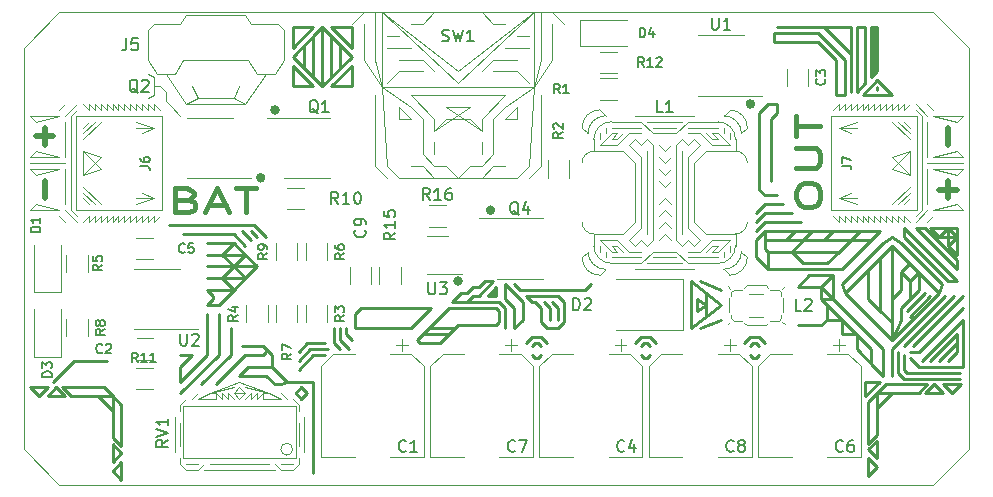
<source format=gbr>
%TF.GenerationSoftware,KiCad,Pcbnew,(5.1.10)-1*%
%TF.CreationDate,2021-06-27T16:28:37+02:00*%
%TF.ProjectId,BatteryBoost,42617474-6572-4794-926f-6f73742e6b69,rev?*%
%TF.SameCoordinates,Original*%
%TF.FileFunction,Legend,Top*%
%TF.FilePolarity,Positive*%
%FSLAX46Y46*%
G04 Gerber Fmt 4.6, Leading zero omitted, Abs format (unit mm)*
G04 Created by KiCad (PCBNEW (5.1.10)-1) date 2021-06-27 16:28:37*
%MOMM*%
%LPD*%
G01*
G04 APERTURE LIST*
%ADD10C,0.250000*%
%ADD11C,0.100000*%
%ADD12C,0.500000*%
%ADD13C,0.400000*%
%ADD14C,0.120000*%
%TA.AperFunction,Profile*%
%ADD15C,0.050000*%
%TD*%
%ADD16C,0.150000*%
G04 APERTURE END LIST*
D10*
X23000000Y-32250000D02*
X23500000Y-31750000D01*
X23500000Y-32750000D02*
X23000000Y-32250000D01*
X24000000Y-32250000D02*
X23500000Y-32750000D01*
X23500000Y-31750000D02*
X24000000Y-32250000D01*
X24500000Y-31250000D02*
X24500000Y-39000000D01*
X21750000Y-31500000D02*
X22250000Y-31250000D01*
X21250000Y-31500000D02*
X21750000Y-31500000D01*
X20500000Y-30750000D02*
X21250000Y-31500000D01*
X18250000Y-30750000D02*
X20500000Y-30750000D01*
X19000000Y-30000000D02*
X18250000Y-30750000D01*
X21000000Y-30000000D02*
X19000000Y-30000000D01*
X72250000Y-6325000D02*
X72250000Y-6575000D01*
X73500000Y-7000000D02*
X71000000Y-7000000D01*
X72250000Y-5750000D02*
X73500000Y-7000000D01*
X71000000Y-7000000D02*
X72250000Y-5750000D01*
D11*
G36*
X72250000Y-5000000D02*
G01*
X71750000Y-5500000D01*
X71750000Y-1250000D01*
X72250000Y-1250000D01*
X72250000Y-5000000D01*
G37*
X72250000Y-5000000D02*
X71750000Y-5500000D01*
X71750000Y-1250000D01*
X72250000Y-1250000D01*
X72250000Y-5000000D01*
D10*
X72250000Y-1250000D02*
X71750000Y-1250000D01*
X72250000Y-5000000D02*
X72250000Y-1250000D01*
X71750000Y-5500000D02*
X72250000Y-5000000D01*
X71750000Y-1250000D02*
X71750000Y-5500000D01*
X71250000Y-1250000D02*
X70500000Y-1250000D01*
X71250000Y-6000000D02*
X71250000Y-1250000D01*
X70500000Y-6750000D02*
X71250000Y-6000000D01*
X70500000Y-1250000D02*
X70500000Y-6750000D01*
X70000000Y-1250000D02*
X67750000Y-1250000D01*
X70000000Y-3500000D02*
X70000000Y-1250000D01*
X70000000Y-3500000D02*
X70000000Y-6750000D01*
X67750000Y-1250000D02*
X70000000Y-3500000D01*
X63750000Y-1250000D02*
X67750000Y-1250000D01*
X63500000Y-1750000D02*
X63500000Y-2500000D01*
X67250000Y-1750000D02*
X63500000Y-1750000D01*
X69500000Y-4000000D02*
X67250000Y-1750000D01*
X69500000Y-7000000D02*
X69500000Y-4000000D01*
X68750000Y-7000000D02*
X69500000Y-7000000D01*
X68750000Y-4000000D02*
X68750000Y-7000000D01*
X67250000Y-2500000D02*
X68750000Y-4000000D01*
X63500000Y-2500000D02*
X67250000Y-2500000D01*
D12*
X1750000Y-11250000D02*
X1750000Y-9750000D01*
X1750000Y-15750000D02*
X1750000Y-14250000D01*
X2500000Y-10500000D02*
X1000000Y-10500000D01*
X77500000Y-15000000D02*
X79000000Y-15000000D01*
X78250000Y-14250000D02*
X78250000Y-15750000D01*
X78250000Y-9750000D02*
X78250000Y-11250000D01*
D10*
X61750000Y-29250000D02*
X62000000Y-29250000D01*
X62000000Y-29250000D02*
X62250000Y-29000000D01*
X61500000Y-28250000D02*
X61750000Y-28000000D01*
X62000000Y-28000000D02*
X62250000Y-28250000D01*
X61750000Y-28000000D02*
X62000000Y-28000000D01*
X61750000Y-29250000D02*
X61500000Y-29000000D01*
X62250000Y-27500000D02*
X62750000Y-28000000D01*
X61500000Y-27500000D02*
X62250000Y-27500000D01*
X61000000Y-28000000D02*
X61500000Y-27500000D01*
X52500000Y-29250000D02*
X52750000Y-29250000D01*
X52750000Y-29250000D02*
X53000000Y-29000000D01*
X52250000Y-28250000D02*
X52500000Y-28000000D01*
X52750000Y-28000000D02*
X53000000Y-28250000D01*
X52500000Y-28000000D02*
X52750000Y-28000000D01*
X52500000Y-29250000D02*
X52250000Y-29000000D01*
X53000000Y-27500000D02*
X53500000Y-28000000D01*
X52250000Y-27500000D02*
X53000000Y-27500000D01*
X51750000Y-28000000D02*
X52250000Y-27500000D01*
X43750000Y-27500000D02*
X44250000Y-28000000D01*
X43000000Y-27500000D02*
X43750000Y-27500000D01*
X42500000Y-28000000D02*
X43000000Y-27500000D01*
X43500000Y-28000000D02*
X43750000Y-28250000D01*
X43250000Y-28000000D02*
X43500000Y-28000000D01*
X43000000Y-28250000D02*
X43250000Y-28000000D01*
X43500000Y-29250000D02*
X43750000Y-29000000D01*
X43250000Y-29250000D02*
X43500000Y-29250000D01*
X43250000Y-29250000D02*
X43000000Y-29000000D01*
X36500000Y-26750000D02*
X34250000Y-26750000D01*
X36000000Y-27250000D02*
X36500000Y-26750000D01*
X33750000Y-27250000D02*
X36000000Y-27250000D01*
D11*
G36*
X40000000Y-24000000D02*
G01*
X39250000Y-24000000D01*
X40000000Y-23250000D01*
X40000000Y-24000000D01*
G37*
X40000000Y-24000000D02*
X39250000Y-24000000D01*
X40000000Y-23250000D01*
X40000000Y-24000000D01*
D10*
X40000000Y-24000000D02*
X39250000Y-24000000D01*
X40000000Y-23250000D02*
X40000000Y-24000000D01*
X39250000Y-24000000D02*
X40000000Y-23250000D01*
X38000000Y-24000000D02*
X37500000Y-24500000D01*
X38500000Y-24000000D02*
X38000000Y-24000000D01*
X39750000Y-22750000D02*
X38500000Y-24000000D01*
X39000000Y-22750000D02*
X39750000Y-22750000D01*
X38500000Y-23250000D02*
X39000000Y-22750000D01*
X38000000Y-23250000D02*
X38500000Y-23250000D01*
X37500000Y-23750000D02*
X38000000Y-23250000D01*
X37000000Y-23750000D02*
X37500000Y-23750000D01*
X36250000Y-24500000D02*
X37000000Y-23750000D01*
X24500000Y-29000000D02*
X25500000Y-29000000D01*
X23250000Y-30250000D02*
X24500000Y-29000000D01*
X24250000Y-28500000D02*
X25750000Y-28500000D01*
X24250000Y-28500000D02*
X23250000Y-29500000D01*
X24000000Y-28000000D02*
X23250000Y-28750000D01*
X25500000Y-28000000D02*
X24000000Y-28000000D01*
X26250000Y-28000000D02*
X26750000Y-28500000D01*
X26250000Y-26750000D02*
X26250000Y-28000000D01*
X26750000Y-27750000D02*
X27500000Y-28500000D01*
X26750000Y-27250000D02*
X26750000Y-27750000D01*
X26750000Y-26750000D02*
X26750000Y-27250000D01*
X27250000Y-27250000D02*
X27750000Y-27750000D01*
X27250000Y-26750000D02*
X27250000Y-27250000D01*
X28000000Y-25500000D02*
X28500000Y-25000000D01*
X28000000Y-26750000D02*
X28000000Y-25500000D01*
X32750000Y-26750000D02*
X28000000Y-26750000D01*
X34500000Y-25000000D02*
X32750000Y-26750000D01*
X28500000Y-25000000D02*
X34500000Y-25000000D01*
X20250000Y-29000000D02*
X20500000Y-28750000D01*
X18750000Y-29000000D02*
X20250000Y-29000000D01*
X22250000Y-31250000D02*
X24500000Y-31250000D01*
X21000000Y-30000000D02*
X22250000Y-31250000D01*
X21000000Y-29000000D02*
X21000000Y-30000000D01*
X20250000Y-28250000D02*
X21000000Y-29000000D01*
X18500000Y-28250000D02*
X20250000Y-28250000D01*
X16250000Y-31500000D02*
X18750000Y-29000000D01*
X17500000Y-29000000D02*
X15000000Y-31500000D01*
X17500000Y-29000000D02*
X17500000Y-26750000D01*
X16500000Y-29000000D02*
X16500000Y-25500000D01*
X13250000Y-32250000D02*
X16500000Y-29000000D01*
X14250000Y-29000000D02*
X13250000Y-29000000D01*
X13250000Y-30000000D02*
X14250000Y-29000000D01*
X13250000Y-31250000D02*
X13250000Y-30000000D01*
X15500000Y-29000000D02*
X13250000Y-31250000D01*
X15500000Y-25500000D02*
X15500000Y-29000000D01*
X16000000Y-24250000D02*
X15500000Y-24750000D01*
X16000000Y-24000000D02*
X16000000Y-24250000D01*
X15500000Y-23500000D02*
X16000000Y-24000000D01*
X16500000Y-24750000D02*
X15500000Y-24750000D01*
X17750000Y-23500000D02*
X16500000Y-24750000D01*
X18750000Y-20500000D02*
X16750000Y-20500000D01*
X17750000Y-23500000D02*
X15500000Y-23500000D01*
X16750000Y-22500000D02*
X15500000Y-22500000D01*
X17750000Y-23500000D02*
X16750000Y-22500000D01*
X18750000Y-22500000D02*
X17750000Y-23500000D01*
X16750000Y-22500000D02*
X18750000Y-22500000D01*
X17750000Y-21500000D02*
X16750000Y-22500000D01*
X18750000Y-22500000D02*
X17750000Y-21500000D01*
X19750000Y-21500000D02*
X18750000Y-22500000D01*
X19750000Y-21500000D02*
X18750000Y-20500000D01*
X19500000Y-21500000D02*
X19750000Y-21500000D01*
X17750000Y-21500000D02*
X19500000Y-21500000D01*
X17750000Y-21500000D02*
X15500000Y-21500000D01*
X17750000Y-21500000D02*
X18750000Y-20500000D01*
X16750000Y-20500000D02*
X17750000Y-21500000D01*
X16750000Y-20500000D02*
X17750000Y-19500000D01*
X16500000Y-20500000D02*
X16750000Y-20500000D01*
X15500000Y-20500000D02*
X16500000Y-20500000D01*
X17750000Y-19500000D02*
X15500000Y-19500000D01*
X18750000Y-20500000D02*
X17750000Y-19500000D01*
X19250000Y-18500000D02*
X19750000Y-19000000D01*
X18500000Y-18500000D02*
X19250000Y-19250000D01*
X17750000Y-18750000D02*
X18750000Y-19750000D01*
X13500000Y-18750000D02*
X17750000Y-18750000D01*
X19500000Y-18000000D02*
X20500000Y-19000000D01*
X12250000Y-18000000D02*
X19500000Y-18000000D01*
X78250000Y-19750000D02*
X78250000Y-18250000D01*
X77500000Y-19000000D02*
X78750000Y-19000000D01*
X77500000Y-19000000D02*
X76750000Y-18250000D01*
X78250000Y-18250000D02*
X77500000Y-19000000D01*
X79000000Y-19000000D02*
X78250000Y-18250000D01*
X78250000Y-19750000D02*
X79000000Y-19000000D01*
X79000000Y-20500000D02*
X78250000Y-19750000D01*
X79000000Y-18250000D02*
X79000000Y-20500000D01*
X76750000Y-18250000D02*
X79000000Y-18250000D01*
X76250000Y-18250000D02*
X75500000Y-18250000D01*
X79000000Y-21000000D02*
X76250000Y-18250000D01*
X79000000Y-21750000D02*
X79000000Y-21000000D01*
X75500000Y-18250000D02*
X79000000Y-21750000D01*
X74500000Y-18250000D02*
X74500000Y-19000000D01*
X79000000Y-22750000D02*
X74500000Y-18250000D01*
X78250000Y-22750000D02*
X79000000Y-22750000D01*
X74500000Y-19000000D02*
X78250000Y-22750000D01*
X27750000Y-1250000D02*
X26000000Y-1250000D01*
X27750000Y-3000000D02*
X27750000Y-1250000D01*
X26000000Y-1250000D02*
X27750000Y-3000000D01*
X22750000Y-1250000D02*
X22750000Y-3000000D01*
X24500000Y-1250000D02*
X22750000Y-1250000D01*
X22750000Y-3000000D02*
X24500000Y-1250000D01*
X27750000Y-6250000D02*
X26000000Y-6250000D01*
X27750000Y-4500000D02*
X27750000Y-6250000D01*
X26000000Y-6250000D02*
X27750000Y-4500000D01*
X22750000Y-6250000D02*
X22750000Y-4500000D01*
X24500000Y-6250000D02*
X22750000Y-6250000D01*
X22750000Y-4500000D02*
X24500000Y-6250000D01*
X26750000Y-2750000D02*
X26750000Y-4750000D01*
X26000000Y-2000000D02*
X26000000Y-5500000D01*
X23750000Y-2750000D02*
X23750000Y-4750000D01*
X24500000Y-2000000D02*
X24500000Y-5500000D01*
X25250000Y-1250000D02*
X24500000Y-2000000D01*
X25250000Y-1250000D02*
X25250000Y-6250000D01*
X27750000Y-3750000D02*
X25250000Y-1250000D01*
X25250000Y-6250000D02*
X27750000Y-3750000D01*
X22750000Y-3750000D02*
X25250000Y-6250000D01*
X25250000Y-1250000D02*
X22750000Y-3750000D01*
X35250000Y-28000000D02*
X35500000Y-27750000D01*
X35000000Y-28000000D02*
X35250000Y-28000000D01*
X33500000Y-28000000D02*
X35000000Y-28000000D01*
X33250000Y-27750000D02*
X33500000Y-28000000D01*
X67500000Y-26500000D02*
X65500000Y-26500000D01*
X68000000Y-26000000D02*
X67500000Y-26500000D01*
X68000000Y-26000000D02*
X68000000Y-24750000D01*
X69250000Y-26000000D02*
X68000000Y-26000000D01*
X69250000Y-27250000D02*
X69250000Y-26000000D01*
X70500000Y-27250000D02*
X69250000Y-27250000D01*
X70500000Y-28500000D02*
X70500000Y-27250000D01*
X72750000Y-30750000D02*
X70500000Y-28500000D01*
X71750000Y-29750000D02*
X72750000Y-30750000D01*
X71750000Y-28500000D02*
X71750000Y-29750000D01*
X67500000Y-24250000D02*
X71750000Y-28500000D01*
X66500000Y-22250000D02*
X68500000Y-22250000D01*
X65500000Y-23250000D02*
X66500000Y-22250000D01*
X67500000Y-23250000D02*
X65500000Y-23250000D01*
X67500000Y-24250000D02*
X67500000Y-23250000D01*
X68500000Y-22250000D02*
X67500000Y-23250000D01*
X68500000Y-24250000D02*
X68500000Y-22250000D01*
X68500000Y-24250000D02*
X67500000Y-23250000D01*
X68500000Y-24250000D02*
X67500000Y-24250000D01*
X72750000Y-28500000D02*
X68500000Y-24250000D01*
X72750000Y-30750000D02*
X72750000Y-28500000D01*
X79000000Y-28750000D02*
X78250000Y-29500000D01*
X79000000Y-28000000D02*
X79000000Y-28750000D01*
X79000000Y-28000000D02*
X79000000Y-27250000D01*
X78750000Y-28250000D02*
X79000000Y-28000000D01*
X77500000Y-29500000D02*
X78750000Y-28250000D01*
X76750000Y-29500000D02*
X79000000Y-27250000D01*
X79250000Y-30000000D02*
X79500000Y-30000000D01*
X79500000Y-26000000D02*
X79500000Y-30000000D01*
X76000000Y-30000000D02*
X75750000Y-30000000D01*
X76000000Y-30000000D02*
X79250000Y-30000000D01*
X75000000Y-29250000D02*
X75750000Y-30000000D01*
X74750000Y-30500000D02*
X79250000Y-30500000D01*
X74500000Y-30250000D02*
X74750000Y-30500000D01*
X74500000Y-31000000D02*
X79250000Y-31000000D01*
X74000000Y-30500000D02*
X74500000Y-31000000D01*
X79500000Y-26000000D02*
X76000000Y-29500000D01*
X75750000Y-28750000D02*
X79500000Y-25000000D01*
X75000000Y-28750000D02*
X75750000Y-28750000D01*
X79500000Y-24000000D02*
X75250000Y-28250000D01*
X78750000Y-24000000D02*
X74500000Y-28250000D01*
X74500000Y-30250000D02*
X74500000Y-29000000D01*
X74000000Y-30500000D02*
X74000000Y-28750000D01*
X73500000Y-28500000D02*
X73500000Y-30750000D01*
X78000000Y-24000000D02*
X73500000Y-28500000D01*
X4250000Y-29500000D02*
X2500000Y-31250000D01*
X4750000Y-29500000D02*
X4250000Y-29500000D01*
X4750000Y-29500000D02*
X7000000Y-29500000D01*
X45250000Y-25000000D02*
X45250000Y-26000000D01*
X44750000Y-24500000D02*
X45250000Y-25000000D01*
X44500000Y-25000000D02*
X44500000Y-26000000D01*
X44000000Y-24500000D02*
X44500000Y-25000000D01*
X43000000Y-24500000D02*
X42500000Y-24000000D01*
X43250000Y-24500000D02*
X43000000Y-24500000D01*
X43750000Y-25000000D02*
X43250000Y-24500000D01*
X43750000Y-26250000D02*
X43750000Y-25000000D01*
X44250000Y-26750000D02*
X43750000Y-26250000D01*
X45250000Y-26750000D02*
X44250000Y-26750000D01*
X45750000Y-26250000D02*
X45250000Y-26750000D01*
X45750000Y-24500000D02*
X45750000Y-26250000D01*
X45250000Y-24000000D02*
X45750000Y-24500000D01*
X42500000Y-24000000D02*
X45250000Y-24000000D01*
X42000000Y-23500000D02*
X41500000Y-23000000D01*
X42250000Y-23500000D02*
X42000000Y-23500000D01*
X47500000Y-23500000D02*
X42250000Y-23500000D01*
X48000000Y-23000000D02*
X47500000Y-23500000D01*
X40750000Y-23000000D02*
X40750000Y-23250000D01*
X41250000Y-23500000D02*
X40750000Y-23000000D01*
X40750000Y-23250000D02*
X40750000Y-24250000D01*
X42250000Y-24500000D02*
X41250000Y-23500000D01*
X42250000Y-26000000D02*
X42250000Y-24500000D01*
X41500000Y-26750000D02*
X42250000Y-26000000D01*
X41500000Y-25000000D02*
X41500000Y-26750000D01*
X40750000Y-24250000D02*
X41500000Y-25000000D01*
X40750000Y-25000000D02*
X40750000Y-26750000D01*
X40250000Y-24500000D02*
X40750000Y-25000000D01*
X36250000Y-24500000D02*
X40250000Y-24500000D01*
X36750000Y-26500000D02*
X35500000Y-27750000D01*
X40000000Y-26500000D02*
X36750000Y-26500000D01*
X40250000Y-26250000D02*
X40000000Y-26500000D01*
X40250000Y-25250000D02*
X40250000Y-26250000D01*
X40000000Y-25000000D02*
X40250000Y-25250000D01*
X36000000Y-25000000D02*
X40000000Y-25000000D01*
X33250000Y-27750000D02*
X36000000Y-25000000D01*
X3500000Y-32500000D02*
X2000000Y-32500000D01*
X1250000Y-32500000D02*
X500000Y-31750000D01*
X3250000Y-31750000D02*
X4000000Y-32500000D01*
X500000Y-31750000D02*
X2000000Y-31750000D01*
X8250000Y-39550000D02*
X7500000Y-38800000D01*
X2000000Y-31750000D02*
X1250000Y-32500000D01*
X2000000Y-32500000D02*
X2750000Y-31750000D01*
X7500000Y-32500000D02*
X8250000Y-33250000D01*
X8250000Y-38050000D02*
X8250000Y-39550000D01*
X6250000Y-32500000D02*
X7500000Y-33750000D01*
X8250000Y-36750000D02*
X7500000Y-36000000D01*
X7500000Y-32500000D02*
X6750000Y-31750000D01*
X8250000Y-33250000D02*
X8250000Y-36750000D01*
X6750000Y-31750000D02*
X3250000Y-31750000D01*
X7500000Y-36550000D02*
X8250000Y-37300000D01*
X8250000Y-37300000D02*
X7500000Y-38050000D01*
X7500000Y-38050000D02*
X7500000Y-36550000D01*
X2750000Y-31750000D02*
X3500000Y-32500000D01*
X7500000Y-36000000D02*
X7500000Y-32500000D01*
X4000000Y-32500000D02*
X7500000Y-32500000D01*
X7500000Y-38800000D02*
X8250000Y-38050000D01*
X68000000Y-21250000D02*
X69000000Y-20250000D01*
X66000000Y-21250000D02*
X68000000Y-21250000D01*
X65000000Y-20250000D02*
X66000000Y-21250000D01*
X69000000Y-20250000D02*
X65000000Y-20250000D01*
X70000000Y-19250000D02*
X69000000Y-20250000D01*
X65000000Y-20250000D02*
X66000000Y-19250000D01*
X64750000Y-20250000D02*
X65000000Y-20250000D01*
X63750000Y-20250000D02*
X64750000Y-20250000D01*
X63000000Y-20250000D02*
X63750000Y-20250000D01*
X63250000Y-9000000D02*
X63250000Y-14250000D01*
X63750000Y-8500000D02*
X63250000Y-9000000D01*
X63750000Y-7750000D02*
X63750000Y-8500000D01*
X63000000Y-7750000D02*
X63750000Y-7750000D01*
X62250000Y-8500000D02*
X63000000Y-7750000D01*
X62250000Y-15000000D02*
X62250000Y-8500000D01*
X62750000Y-15500000D02*
X62250000Y-15000000D01*
X63750000Y-15500000D02*
X62750000Y-15500000D01*
X62750000Y-16250000D02*
X64250000Y-16250000D01*
X62000000Y-17000000D02*
X62750000Y-16250000D01*
X62750000Y-17000000D02*
X65000000Y-17000000D01*
X62000000Y-17750000D02*
X62750000Y-17000000D01*
X62750000Y-17750000D02*
X65750000Y-17750000D01*
X62000000Y-18500000D02*
X62750000Y-17750000D01*
X70000000Y-19250000D02*
X71750000Y-19250000D01*
X70000000Y-19250000D02*
X70750000Y-18500000D01*
X67750000Y-19250000D02*
X70000000Y-19250000D01*
X67750000Y-19250000D02*
X68500000Y-18500000D01*
X66000000Y-19250000D02*
X67750000Y-19250000D01*
X66000000Y-19250000D02*
X66750000Y-18500000D01*
X64500000Y-19250000D02*
X66000000Y-19250000D01*
X64500000Y-19250000D02*
X65250000Y-18500000D01*
X62750000Y-19250000D02*
X64500000Y-19250000D01*
X62750000Y-20000000D02*
X62750000Y-18500000D01*
X63000000Y-20250000D02*
X62750000Y-20000000D01*
X63000000Y-21750000D02*
X63000000Y-20250000D01*
X62000000Y-20750000D02*
X63000000Y-21750000D01*
X62750000Y-18500000D02*
X72500000Y-18500000D01*
X62000000Y-19250000D02*
X62750000Y-18500000D01*
X62000000Y-20750000D02*
X62000000Y-19250000D01*
X69250000Y-21750000D02*
X63000000Y-21750000D01*
X72500000Y-18500000D02*
X69250000Y-21750000D01*
X79300000Y-31500000D02*
X78550000Y-32250000D01*
X78550000Y-32250000D02*
X77800000Y-31500000D01*
X77800000Y-31500000D02*
X79300000Y-31500000D01*
X71500000Y-39250000D02*
X71500000Y-37750000D01*
X72250000Y-38500000D02*
X71500000Y-39250000D01*
X71500000Y-37750000D02*
X72250000Y-38500000D01*
X72250000Y-37750000D02*
X71500000Y-37000000D01*
X72250000Y-36250000D02*
X72250000Y-37750000D01*
X71500000Y-37000000D02*
X72250000Y-36250000D01*
X77800000Y-32250000D02*
X76300000Y-32250000D01*
X77050000Y-31500000D02*
X77800000Y-32250000D01*
X76300000Y-32250000D02*
X77050000Y-31500000D01*
X71250000Y-32250000D02*
X71250000Y-32500000D01*
X71250000Y-31250000D02*
X71250000Y-32250000D01*
X72500000Y-31250000D02*
X71250000Y-31250000D01*
X71250000Y-32500000D02*
X72500000Y-31250000D01*
X71500000Y-36500000D02*
X72250000Y-35750000D01*
X71500000Y-33000000D02*
X71500000Y-36500000D01*
X72250000Y-32250000D02*
X71500000Y-33000000D01*
X76500000Y-31500000D02*
X75750000Y-32250000D01*
X73000000Y-31500000D02*
X76500000Y-31500000D01*
X72250000Y-32250000D02*
X73000000Y-31500000D01*
X72250000Y-33500000D02*
X73500000Y-32250000D01*
X75750000Y-32250000D02*
X72250000Y-32250000D01*
X72250000Y-35750000D02*
X72250000Y-32250000D01*
X76750000Y-24000000D02*
X75000000Y-25750000D01*
X74750000Y-25250000D02*
X76250000Y-23750000D01*
X75750000Y-23500000D02*
X75750000Y-22250000D01*
X75000000Y-24250000D02*
X75750000Y-23500000D01*
X74250000Y-26000000D02*
X73500000Y-27750000D01*
X74250000Y-25000000D02*
X74250000Y-26000000D01*
X75000000Y-24250000D02*
X74250000Y-25000000D01*
X75000000Y-22750000D02*
X75000000Y-24250000D01*
X75000000Y-22750000D02*
X74250000Y-22000000D01*
X75750000Y-22000000D02*
X75000000Y-22750000D01*
X74250000Y-22000000D02*
X75000000Y-21250000D01*
X74250000Y-23500000D02*
X74250000Y-22000000D01*
X73500000Y-24250000D02*
X74250000Y-23500000D01*
X71500000Y-24250000D02*
X72500000Y-25250000D01*
X71500000Y-21750000D02*
X71500000Y-24250000D01*
X72500000Y-25250000D02*
X72500000Y-20750000D01*
X73500000Y-26250000D02*
X72500000Y-25250000D01*
X69250000Y-23000000D02*
X69500000Y-23750000D01*
X77750000Y-23000000D02*
X77500000Y-23750000D01*
X74250000Y-19500000D02*
X77750000Y-23000000D01*
X73500000Y-19000000D02*
X74250000Y-19500000D01*
X72750000Y-19500000D02*
X73500000Y-19000000D01*
X69250000Y-23000000D02*
X72750000Y-19500000D01*
X69500000Y-23750000D02*
X73500000Y-27750000D01*
X73500000Y-19750000D02*
X69500000Y-23750000D01*
X77500000Y-23750000D02*
X73500000Y-19750000D01*
X73500000Y-27750000D02*
X77500000Y-23750000D01*
X73500000Y-19750000D02*
X73500000Y-27750000D01*
X57250000Y-26750000D02*
X59000000Y-26000000D01*
X57250000Y-22750000D02*
X59000000Y-23500000D01*
X57000000Y-25250000D02*
X57750000Y-24750000D01*
X57000000Y-24250000D02*
X57000000Y-25250000D01*
X57750000Y-24750000D02*
X57000000Y-24250000D01*
X57750000Y-23750000D02*
X57750000Y-25750000D01*
X59000000Y-24750000D02*
X56500000Y-22750000D01*
X56500000Y-26750000D02*
X59000000Y-24750000D01*
X56500000Y-24750000D02*
X56500000Y-26750000D01*
X56500000Y-24750000D02*
X56500000Y-22750000D01*
D13*
X61700000Y-7750000D02*
G75*
G03*
X61700000Y-7750000I-200000J0D01*
G01*
X36950000Y-22750000D02*
G75*
G03*
X36950000Y-22750000I-200000J0D01*
G01*
X39700000Y-16750000D02*
G75*
G03*
X39700000Y-16750000I-200000J0D01*
G01*
X21450000Y-8250000D02*
G75*
G03*
X21450000Y-8250000I-200000J0D01*
G01*
X20250000Y-14000000D02*
G75*
G03*
X20250000Y-14000000I-200000J0D01*
G01*
D14*
X12500000Y-8000000D02*
X13250000Y-8750000D01*
X12000000Y-7500000D02*
X12500000Y-8000000D01*
X12000000Y-6750000D02*
X12000000Y-7500000D01*
X11500000Y-6250000D02*
X12000000Y-6750000D01*
X11000000Y-6250000D02*
X11500000Y-6250000D01*
X11000000Y-7000000D02*
X10500000Y-7250000D01*
X11000000Y-6750000D02*
X11000000Y-7000000D01*
X11000000Y-5500000D02*
X11000000Y-6750000D01*
X10500000Y-5250000D02*
X11000000Y-5500000D01*
D13*
X65404761Y-15750000D02*
X65404761Y-15178571D01*
X65500000Y-14892857D01*
X65690476Y-14607142D01*
X66071428Y-14464285D01*
X66738095Y-14464285D01*
X67119047Y-14607142D01*
X67309523Y-14892857D01*
X67404761Y-15178571D01*
X67404761Y-15750000D01*
X67309523Y-16035714D01*
X67119047Y-16321428D01*
X66738095Y-16464285D01*
X66071428Y-16464285D01*
X65690476Y-16321428D01*
X65500000Y-16035714D01*
X65404761Y-15750000D01*
X65404761Y-13178571D02*
X67023809Y-13178571D01*
X67214285Y-13035714D01*
X67309523Y-12892857D01*
X67404761Y-12607142D01*
X67404761Y-12035714D01*
X67309523Y-11750000D01*
X67214285Y-11607142D01*
X67023809Y-11464285D01*
X65404761Y-11464285D01*
X65404761Y-10464285D02*
X65404761Y-8750000D01*
X67404761Y-9607142D02*
X65404761Y-9607142D01*
X13785714Y-15857142D02*
X14214285Y-15952380D01*
X14357142Y-16047619D01*
X14500000Y-16238095D01*
X14500000Y-16523809D01*
X14357142Y-16714285D01*
X14214285Y-16809523D01*
X13928571Y-16904761D01*
X12785714Y-16904761D01*
X12785714Y-14904761D01*
X13785714Y-14904761D01*
X14071428Y-15000000D01*
X14214285Y-15095238D01*
X14357142Y-15285714D01*
X14357142Y-15476190D01*
X14214285Y-15666666D01*
X14071428Y-15761904D01*
X13785714Y-15857142D01*
X12785714Y-15857142D01*
X15642857Y-16333333D02*
X17071428Y-16333333D01*
X15357142Y-16904761D02*
X16357142Y-14904761D01*
X17357142Y-16904761D01*
X17928571Y-14904761D02*
X19642857Y-14904761D01*
X18785714Y-16904761D02*
X18785714Y-14904761D01*
D15*
X3000000Y-40000000D02*
X0Y-37000000D01*
X80000000Y-37000000D02*
X77000000Y-40000000D01*
X77000000Y0D02*
X80000000Y-3000000D01*
X0Y-3000000D02*
X3000000Y0D01*
X80000000Y-37000000D02*
X80000000Y-3000000D01*
X3000000Y-40000000D02*
X77000000Y-40000000D01*
X77000000Y0D02*
X3000000Y0D01*
X0Y-3000000D02*
X0Y-37000000D01*
D14*
%TO.C,L2*%
X62600000Y-23800000D02*
X61400000Y-23800000D01*
X61400000Y-25800000D02*
X62600000Y-25800000D01*
X59900000Y-24000000D02*
X59900000Y-23700000D01*
X59900000Y-23700000D02*
X60100000Y-23500000D01*
X60100000Y-23500000D02*
X60400000Y-23500000D01*
X60400000Y-23500000D02*
X60800000Y-23500000D01*
X63600000Y-26100000D02*
X63200000Y-26100000D01*
X64100000Y-25600000D02*
X64100000Y-25900000D01*
X64100000Y-25900000D02*
X63900000Y-26100000D01*
X63900000Y-26100000D02*
X63600000Y-26100000D01*
X63200000Y-23500000D02*
X63900000Y-23500000D01*
X63900000Y-23500000D02*
X64100000Y-23700000D01*
X64100000Y-23700000D02*
X64100000Y-24000000D01*
X59900000Y-25900000D02*
X59900000Y-25600000D01*
X60100000Y-26100000D02*
X59900000Y-25900000D01*
X60800000Y-26100000D02*
X60100000Y-26100000D01*
X59700000Y-24200000D02*
X59700000Y-25400000D01*
X64300000Y-24200000D02*
X64300000Y-25400000D01*
X59800000Y-23400000D02*
X59600000Y-23200000D01*
X64200000Y-23400000D02*
X64400000Y-23200000D01*
X64200000Y-26200000D02*
X64400000Y-26400000D01*
X59800000Y-26200000D02*
X59600000Y-26400000D01*
X61000000Y-23300000D02*
X61200000Y-23100000D01*
X61200000Y-23100000D02*
X62000000Y-23100000D01*
X62800000Y-23100000D02*
X62000000Y-23100000D01*
X62800000Y-23100000D02*
X63000000Y-23300000D01*
X63000000Y-26300000D02*
X62800000Y-26500000D01*
X62800000Y-26500000D02*
X62000000Y-26500000D01*
X61200000Y-26500000D02*
X62000000Y-26500000D01*
X61200000Y-26500000D02*
X61000000Y-26300000D01*
%TO.C,U3*%
X35900000Y-18890000D02*
X34100000Y-18890000D01*
X34100000Y-22110000D02*
X37050000Y-22110000D01*
%TO.C,R16*%
X34272936Y-16340000D02*
X35727064Y-16340000D01*
X34272936Y-18160000D02*
X35727064Y-18160000D01*
%TO.C,R15*%
X30090000Y-22977064D02*
X30090000Y-21522936D01*
X31910000Y-22977064D02*
X31910000Y-21522936D01*
%TO.C,Q4*%
X42000000Y-22560000D02*
X43950000Y-22560000D01*
X42000000Y-22560000D02*
X40050000Y-22560000D01*
X42000000Y-17440000D02*
X43950000Y-17440000D01*
X42000000Y-17440000D02*
X38550000Y-17440000D01*
%TO.C,C9*%
X29410000Y-21538748D02*
X29410000Y-22961252D01*
X27590000Y-21538748D02*
X27590000Y-22961252D01*
%TO.C,C3*%
X66410000Y-4788748D02*
X66410000Y-6211252D01*
X64590000Y-4788748D02*
X64590000Y-6211252D01*
%TO.C,R2*%
X44340000Y-12522936D02*
X44340000Y-13977064D01*
X46160000Y-12522936D02*
X46160000Y-13977064D01*
%TO.C,R10*%
X23727064Y-14840000D02*
X22272936Y-14840000D01*
X23727064Y-16660000D02*
X22272936Y-16660000D01*
%TO.C,Q1*%
X24000000Y-8940000D02*
X20550000Y-8940000D01*
X24000000Y-8940000D02*
X25950000Y-8940000D01*
X24000000Y-14060000D02*
X22050000Y-14060000D01*
X24000000Y-14060000D02*
X25950000Y-14060000D01*
%TO.C,Q2*%
X15750000Y-8940000D02*
X13800000Y-8940000D01*
X15750000Y-8940000D02*
X17700000Y-8940000D01*
X15750000Y-14060000D02*
X13800000Y-14060000D01*
X15750000Y-14060000D02*
X19200000Y-14060000D01*
%TO.C,U2*%
X11250000Y-21690000D02*
X9300000Y-21690000D01*
X11250000Y-21690000D02*
X13200000Y-21690000D01*
X11250000Y-26810000D02*
X9300000Y-26810000D01*
X11250000Y-26810000D02*
X14700000Y-26810000D01*
%TO.C,U1*%
X59000000Y-7060000D02*
X62450000Y-7060000D01*
X59000000Y-7060000D02*
X57050000Y-7060000D01*
X59000000Y-1940000D02*
X60950000Y-1940000D01*
X59000000Y-1940000D02*
X57050000Y-1940000D01*
%TO.C,SW1*%
X30275000Y0D02*
X43225000Y0D01*
X43225000Y-6300000D02*
X30275000Y-6300000D01*
X43225000Y0D02*
X43225000Y-6300000D01*
X30275000Y0D02*
X30275000Y-6300000D01*
X30275000Y-6300000D02*
X30750000Y-13000000D01*
X30750000Y-13000000D02*
X31750000Y-14000000D01*
X31750000Y-14000000D02*
X36750000Y-14000000D01*
X36750000Y-14000000D02*
X35750000Y-13000000D01*
X35750000Y-13000000D02*
X34750000Y-13000000D01*
X34750000Y-13000000D02*
X33750000Y-12000000D01*
X33750000Y-12000000D02*
X33750000Y-9000000D01*
X33750000Y-9000000D02*
X32750000Y-8000000D01*
X32750000Y-8000000D02*
X30275000Y-6300000D01*
X36750000Y-14000000D02*
X37750000Y-13000000D01*
X37750000Y-13000000D02*
X38750000Y-13000000D01*
X38750000Y-13000000D02*
X39750000Y-12000000D01*
X39750000Y-12000000D02*
X39750000Y-9000000D01*
X39750000Y-9000000D02*
X40750000Y-8000000D01*
X40750000Y-8000000D02*
X43225000Y-6300000D01*
X43225000Y-6300000D02*
X42750000Y-13000000D01*
X42750000Y-13000000D02*
X41750000Y-14000000D01*
X41750000Y-14000000D02*
X36750000Y-14000000D01*
X34750000Y-10000000D02*
X35750000Y-9000000D01*
X35750000Y-9000000D02*
X37750000Y-9000000D01*
X37750000Y-9000000D02*
X38750000Y-10000000D01*
X38750000Y-10000000D02*
X38750000Y-9000000D01*
X38750000Y-9000000D02*
X40750000Y-7000000D01*
X40750000Y-7000000D02*
X32750000Y-7000000D01*
X32750000Y-7000000D02*
X34750000Y-9000000D01*
X34750000Y-9000000D02*
X34750000Y-10000000D01*
X34750000Y-10000000D02*
X37750000Y-8000000D01*
X37750000Y-8000000D02*
X35750000Y-8000000D01*
X35750000Y-8000000D02*
X38750000Y-10000000D01*
X32750000Y-13000000D02*
X33750000Y-13000000D01*
X33750000Y-13000000D02*
X34750000Y-14000000D01*
X34750000Y-14000000D02*
X37750000Y-14000000D01*
X40750000Y-13000000D02*
X39750000Y-13000000D01*
X39750000Y-13000000D02*
X38750000Y-14000000D01*
X38750000Y-14000000D02*
X39750000Y-13000000D01*
X43225000Y0D02*
X36750000Y-5000000D01*
X36750000Y-5000000D02*
X30275000Y0D01*
X30275000Y0D02*
X36750000Y-6000000D01*
X36750000Y-6000000D02*
X43225000Y0D01*
X38750000Y-5000000D02*
X39750000Y-4000000D01*
X39750000Y-4000000D02*
X41750000Y-4000000D01*
X34750000Y-5000000D02*
X33750000Y-4000000D01*
X33750000Y-4000000D02*
X31750000Y-4000000D01*
X32750000Y-3000000D02*
X30750000Y-3000000D01*
X31750000Y-2000000D02*
X30750000Y-2000000D01*
X40750000Y-3000000D02*
X42750000Y-3000000D01*
X41750000Y-2000000D02*
X42750000Y-2000000D01*
X32750000Y-1000000D02*
X33750000Y-1000000D01*
X33750000Y-1000000D02*
X34750000Y0D01*
X40750000Y-1000000D02*
X39750000Y-1000000D01*
X39750000Y-1000000D02*
X38750000Y0D01*
X33750000Y-5000000D02*
X31750000Y-5000000D01*
X31750000Y-5000000D02*
X30750000Y-6000000D01*
X39750000Y-5000000D02*
X41750000Y-5000000D01*
X41750000Y-5000000D02*
X42750000Y-6000000D01*
X43750000Y-1000000D02*
X43750000Y-4000000D01*
X43750000Y-4000000D02*
X43225000Y-6300000D01*
X29750000Y-4000000D02*
X30275000Y-6300000D01*
X29750000Y-4000000D02*
X29750000Y-1000000D01*
X28750000Y-1000000D02*
X28750000Y-4000000D01*
X28750000Y-4000000D02*
X30275000Y-6300000D01*
X44750000Y-1000000D02*
X44750000Y-4000000D01*
X44750000Y-4000000D02*
X43225000Y-6300000D01*
X43750000Y-7000000D02*
X43750000Y-13000000D01*
X29750000Y-7000000D02*
X29750000Y-13000000D01*
X29750000Y-13000000D02*
X30750000Y-14000000D01*
X42750000Y-14000000D02*
X43750000Y-13000000D01*
X29750000Y-1000000D02*
X29750000Y0D01*
X43750000Y0D02*
X43750000Y-1000000D01*
X27750000Y-1000000D02*
X28750000Y0D01*
X45750000Y-1000000D02*
X44750000Y0D01*
X34750000Y-11000000D02*
X34750000Y-12000000D01*
X38750000Y-11000000D02*
X38750000Y-12000000D01*
X32750000Y-9000000D02*
X31750000Y-8000000D01*
X31750000Y-8000000D02*
X31750000Y-9000000D01*
X32750000Y-9000000D02*
X31750000Y-9000000D01*
X40750000Y-9000000D02*
X41750000Y-9000000D01*
X41750000Y-9000000D02*
X41750000Y-8000000D01*
X41750000Y-8000000D02*
X40750000Y-9000000D01*
%TO.C,RV1*%
X22750000Y-36980000D02*
G75*
G03*
X22750000Y-36980000I-500000J0D01*
G01*
X17750000Y-31750000D02*
X15750000Y-32250000D01*
X18750000Y-31750000D02*
X20750000Y-32250000D01*
X18250000Y-31250000D02*
X20750000Y-32250000D01*
X18250000Y-31250000D02*
X15750000Y-32250000D01*
X20750000Y-32250000D02*
X21750000Y-32750000D01*
X20250000Y-32250000D02*
X20750000Y-32250000D01*
X15750000Y-32250000D02*
X16250000Y-32250000D01*
X15750000Y-32250000D02*
X14750000Y-32750000D01*
X17250000Y-32250000D02*
X17750000Y-32750000D01*
X17250000Y-32750000D02*
X17250000Y-32250000D01*
X16750000Y-32250000D02*
X17250000Y-32750000D01*
X16750000Y-32750000D02*
X16750000Y-32250000D01*
X16250000Y-32250000D02*
X16750000Y-32750000D01*
X16250000Y-32750000D02*
X16250000Y-32250000D01*
X20250000Y-32250000D02*
X20250000Y-32750000D01*
X19750000Y-32750000D02*
X20250000Y-32250000D01*
X19750000Y-32250000D02*
X19750000Y-32750000D01*
X19250000Y-32750000D02*
X19750000Y-32250000D01*
X19250000Y-32250000D02*
X19250000Y-32750000D01*
X18750000Y-32750000D02*
X19250000Y-32250000D01*
X18250000Y-31750000D02*
X18750000Y-32250000D01*
X18250000Y-31750000D02*
X17750000Y-32250000D01*
X18750000Y-32250000D02*
X18250000Y-32750000D01*
X17750000Y-32250000D02*
X18750000Y-32250000D01*
X18250000Y-32750000D02*
X17750000Y-32250000D01*
X21750000Y-32750000D02*
X20250000Y-32750000D01*
X14750000Y-32750000D02*
X16250000Y-32750000D01*
X14250000Y-32750000D02*
X14750000Y-32250000D01*
X22250000Y-32750000D02*
X21750000Y-32250000D01*
X23750000Y-34250000D02*
X23750000Y-37250000D01*
X23250000Y-34750000D02*
X23250000Y-36750000D01*
X13250000Y-34750000D02*
X13250000Y-36750000D01*
X12750000Y-37250000D02*
X12750000Y-34250000D01*
X13750000Y-38250000D02*
X14750000Y-38250000D01*
X21750000Y-38250000D02*
X22750000Y-38250000D01*
X15250000Y-38750000D02*
X21250000Y-38750000D01*
X15750000Y-38250000D02*
X20750000Y-38250000D01*
X23250000Y-38250000D02*
X23250000Y-37750000D01*
X22750000Y-38750000D02*
X22250000Y-38750000D01*
X22250000Y-38750000D02*
X21750000Y-38750000D01*
X21750000Y-38750000D02*
X21250000Y-38250000D01*
X23250000Y-38250000D02*
X22750000Y-38750000D01*
X14750000Y-38750000D02*
X15250000Y-38250000D01*
X14250000Y-38750000D02*
X14750000Y-38750000D01*
X13750000Y-38750000D02*
X14250000Y-38750000D01*
X13250000Y-38250000D02*
X13750000Y-38750000D01*
X13250000Y-37750000D02*
X13250000Y-38250000D01*
X23250000Y-33250000D02*
X22750000Y-32750000D01*
X23250000Y-33750000D02*
X23250000Y-33250000D01*
X13250000Y-33250000D02*
X13750000Y-32750000D01*
X13250000Y-33750000D02*
X13250000Y-33250000D01*
X23000000Y-37750000D02*
X13500000Y-37750000D01*
X13500000Y-33350000D02*
X13500000Y-37750000D01*
X23000000Y-33350000D02*
X23000000Y-37750000D01*
X13500000Y-33350000D02*
X23000000Y-33350000D01*
%TO.C,R12*%
X48772936Y-3340000D02*
X50227064Y-3340000D01*
X48772936Y-5160000D02*
X50227064Y-5160000D01*
%TO.C,R11*%
X10927064Y-31910000D02*
X9472936Y-31910000D01*
X10927064Y-30090000D02*
X9472936Y-30090000D01*
%TO.C,R9*%
X23160000Y-19522936D02*
X23160000Y-20977064D01*
X21340000Y-19522936D02*
X21340000Y-20977064D01*
%TO.C,R8*%
X5410000Y-27427064D02*
X5410000Y-25972936D01*
X3590000Y-27427064D02*
X3590000Y-25972936D01*
%TO.C,R7*%
X23160000Y-24772936D02*
X23160000Y-26227064D01*
X21340000Y-24772936D02*
X21340000Y-26227064D01*
%TO.C,R6*%
X23840000Y-20977064D02*
X23840000Y-19522936D01*
X25660000Y-20977064D02*
X25660000Y-19522936D01*
%TO.C,R5*%
X3590000Y-20522936D02*
X3590000Y-21977064D01*
X5410000Y-20522936D02*
X5410000Y-21977064D01*
%TO.C,R4*%
X20660000Y-24772936D02*
X20660000Y-26227064D01*
X18840000Y-24772936D02*
X18840000Y-26227064D01*
%TO.C,R3*%
X23840000Y-26227064D02*
X23840000Y-24772936D01*
X25660000Y-26227064D02*
X25660000Y-24772936D01*
%TO.C,R1*%
X50227064Y-7410000D02*
X48772936Y-7410000D01*
X50227064Y-5590000D02*
X48772936Y-5590000D01*
%TO.C,L1*%
X60250000Y-11750000D02*
X57750000Y-11750000D01*
X57750000Y-11750000D02*
X56750000Y-12750000D01*
X56750000Y-12750000D02*
X56750000Y-17750000D01*
X56750000Y-17750000D02*
X57750000Y-18750000D01*
X57750000Y-18750000D02*
X60250000Y-18750000D01*
X48250000Y-18750000D02*
X50750000Y-18750000D01*
X51750000Y-17750000D02*
X51750000Y-12750000D01*
X51750000Y-12750000D02*
X50750000Y-11750000D01*
X50750000Y-18750000D02*
X51750000Y-17750000D01*
X50750000Y-11750000D02*
X48250000Y-11750000D01*
X48250000Y-11750000D02*
X48250000Y-10750000D01*
X49750000Y-9250000D02*
X52250000Y-9250000D01*
X52250000Y-9250000D02*
X53250000Y-10250000D01*
X53250000Y-10250000D02*
X54250000Y-10250000D01*
X54250000Y-10250000D02*
X55250000Y-10250000D01*
X55250000Y-10250000D02*
X56250000Y-9250000D01*
X56250000Y-9250000D02*
X58750000Y-9250000D01*
X60250000Y-10750000D02*
X60250000Y-11750000D01*
X60250000Y-18750000D02*
X60250000Y-19750000D01*
X54250000Y-20250000D02*
X53250000Y-20250000D01*
X56250000Y-21250000D02*
X55250000Y-20250000D01*
X58750000Y-21250000D02*
X56250000Y-21250000D01*
X55250000Y-20250000D02*
X54250000Y-20250000D01*
X53250000Y-20250000D02*
X52250000Y-21250000D01*
X52250000Y-21250000D02*
X49750000Y-21250000D01*
X55250000Y-9750000D02*
X53250000Y-9750000D01*
X55750000Y-9250000D02*
X52750000Y-9250000D01*
X55750000Y-21250000D02*
X52750000Y-21250000D01*
X53250000Y-20750000D02*
X55250000Y-20750000D01*
X56750000Y-21750000D02*
X52250000Y-21750000D01*
X52250000Y-21750000D02*
X51750000Y-21750000D01*
X56750000Y-8750000D02*
X51750000Y-8750000D01*
X56250000Y-10250000D02*
X57250000Y-10250000D01*
X57250000Y-10250000D02*
X58250000Y-11250000D01*
X58250000Y-11250000D02*
X59750000Y-11250000D01*
X59750000Y-11250000D02*
X58750000Y-10250000D01*
X58750000Y-10250000D02*
X58250000Y-10250000D01*
X59750000Y-19250000D02*
X58250000Y-19250000D01*
X58250000Y-19250000D02*
X57250000Y-20250000D01*
X57250000Y-20250000D02*
X56250000Y-20250000D01*
X59750000Y-19250000D02*
X58750000Y-20250000D01*
X58750000Y-20250000D02*
X58250000Y-20250000D01*
X58750000Y-19750000D02*
X58250000Y-20250000D01*
X58750000Y-10750000D02*
X58250000Y-10250000D01*
X58750000Y-10750000D02*
X58250000Y-10750000D01*
X58250000Y-10750000D02*
X57750000Y-10250000D01*
X58750000Y-19750000D02*
X58250000Y-19750000D01*
X58250000Y-19750000D02*
X57750000Y-20250000D01*
X59750000Y-20250000D02*
X59750000Y-19750000D01*
X59250000Y-20250000D02*
X59250000Y-20750000D01*
X59750000Y-10750000D02*
X59750000Y-10250000D01*
X59250000Y-10250000D02*
X59250000Y-9750000D01*
X58750000Y-9750000D02*
X56250000Y-9750000D01*
X58750000Y-20750000D02*
X56250000Y-20750000D01*
X57250000Y-19250000D02*
X56250000Y-18250000D01*
X56250000Y-18250000D02*
X56250000Y-12250000D01*
X56250000Y-12250000D02*
X57250000Y-11250000D01*
X57250000Y-11250000D02*
X56750000Y-10750000D01*
X57250000Y-19250000D02*
X56750000Y-19750000D01*
X56750000Y-19750000D02*
X56250000Y-19250000D01*
X56250000Y-19250000D02*
X55750000Y-19750000D01*
X56750000Y-10750000D02*
X56250000Y-11250000D01*
X56250000Y-11250000D02*
X55750000Y-10750000D01*
X55750000Y-10750000D02*
X55250000Y-11250000D01*
X55250000Y-11250000D02*
X55250000Y-19250000D01*
X55250000Y-19250000D02*
X55750000Y-19750000D01*
X55750000Y-11750000D02*
X55750000Y-18750000D01*
X51750000Y-19750000D02*
X52250000Y-19250000D01*
X49750000Y-19750000D02*
X50250000Y-19750000D01*
X49750000Y-19750000D02*
X50250000Y-20250000D01*
X48750000Y-11250000D02*
X49750000Y-10250000D01*
X49750000Y-10250000D02*
X50250000Y-10250000D01*
X49750000Y-20750000D02*
X52250000Y-20750000D01*
X49750000Y-9750000D02*
X52250000Y-9750000D01*
X50250000Y-19750000D02*
X50750000Y-20250000D01*
X52250000Y-18250000D02*
X51250000Y-19250000D01*
X52250000Y-11250000D02*
X52750000Y-10750000D01*
X50250000Y-10750000D02*
X50750000Y-10250000D01*
X51250000Y-10250000D02*
X52250000Y-10250000D01*
X49750000Y-20250000D02*
X50250000Y-20250000D01*
X48750000Y-11250000D02*
X50250000Y-11250000D01*
X49250000Y-10250000D02*
X49250000Y-9750000D01*
X48750000Y-19250000D02*
X49750000Y-20250000D01*
X49250000Y-20250000D02*
X49250000Y-20750000D01*
X51250000Y-11250000D02*
X52250000Y-12250000D01*
X51250000Y-19250000D02*
X51750000Y-19750000D01*
X51250000Y-20250000D02*
X50250000Y-19250000D01*
X51750000Y-10750000D02*
X52250000Y-11250000D01*
X52250000Y-19250000D02*
X52750000Y-19750000D01*
X50250000Y-19250000D02*
X48750000Y-19250000D01*
X51250000Y-11250000D02*
X51750000Y-10750000D01*
X48750000Y-19750000D02*
X48750000Y-20250000D01*
X48750000Y-10250000D02*
X48750000Y-10750000D01*
X52250000Y-12250000D02*
X52250000Y-18250000D01*
X50250000Y-11250000D02*
X51250000Y-10250000D01*
X52250000Y-20250000D02*
X51250000Y-20250000D01*
X49750000Y-10750000D02*
X50250000Y-10250000D01*
X49750000Y-10750000D02*
X50250000Y-10750000D01*
X52750000Y-19750000D02*
X53250000Y-19250000D01*
X53250000Y-19250000D02*
X53250000Y-11250000D01*
X53250000Y-11250000D02*
X52750000Y-10750000D01*
X52750000Y-18750000D02*
X52750000Y-11750000D01*
X53750000Y-11250000D02*
X54250000Y-11750000D01*
X54250000Y-11750000D02*
X54750000Y-11250000D01*
X54750000Y-12250000D02*
X54250000Y-12750000D01*
X54250000Y-12750000D02*
X53750000Y-12250000D01*
X54750000Y-13250000D02*
X54250000Y-13750000D01*
X54250000Y-13750000D02*
X53750000Y-13250000D01*
X54750000Y-14250000D02*
X54250000Y-14750000D01*
X54250000Y-14750000D02*
X53750000Y-14250000D01*
X54250000Y-18750000D02*
X53750000Y-19250000D01*
X54750000Y-19250000D02*
X54250000Y-18750000D01*
X53750000Y-18250000D02*
X54250000Y-17750000D01*
X54250000Y-17750000D02*
X54750000Y-18250000D01*
X53750000Y-17250000D02*
X54250000Y-16750000D01*
X54250000Y-16750000D02*
X54750000Y-17250000D01*
X53750000Y-16250000D02*
X54250000Y-15750000D01*
X54250000Y-15750000D02*
X54750000Y-16250000D01*
X48250000Y-19750000D02*
X48250000Y-18750000D01*
X59750000Y-8250000D02*
X59250000Y-8750000D01*
X61250000Y-9750000D02*
X60750000Y-10250000D01*
X61250000Y-20750000D02*
X60750000Y-20250000D01*
X59250000Y-21750000D02*
X59750000Y-22250000D01*
X49250000Y-21750000D02*
X48750000Y-22250000D01*
X47750000Y-20250000D02*
X47250000Y-20750000D01*
X47750000Y-10250000D02*
X47250000Y-9750000D01*
X49250000Y-8750000D02*
X48750000Y-8250000D01*
X47250000Y-12750000D02*
G75*
G02*
X48250000Y-11750000I1000000J0D01*
G01*
X48250000Y-18750000D02*
G75*
G02*
X47250000Y-17750000I0J1000000D01*
G01*
X61250000Y-17750000D02*
G75*
G02*
X60250000Y-18750000I-1000000J0D01*
G01*
X60250000Y-11750000D02*
G75*
G02*
X61250000Y-12750000I0J-1000000D01*
G01*
X48750000Y-22250000D02*
G75*
G02*
X47250000Y-20750000I0J1500000D01*
G01*
X49250000Y-21750000D02*
G75*
G02*
X47750000Y-20250000I0J1500000D01*
G01*
X61250000Y-20750000D02*
G75*
G02*
X59750000Y-22250000I-1500000J0D01*
G01*
X60750000Y-20250000D02*
G75*
G02*
X59250000Y-21750000I-1500000J0D01*
G01*
X59750000Y-8250000D02*
G75*
G02*
X61250000Y-9750000I0J-1500000D01*
G01*
X59250000Y-8750000D02*
G75*
G02*
X60750000Y-10250000I0J-1500000D01*
G01*
X47250000Y-9750000D02*
G75*
G02*
X48750000Y-8250000I1500000J0D01*
G01*
X47750000Y-10250000D02*
G75*
G02*
X49250000Y-8750000I1500000J0D01*
G01*
X48250000Y-10750000D02*
G75*
G02*
X49750000Y-9250000I1500000J0D01*
G01*
X49750000Y-21250000D02*
G75*
G02*
X48250000Y-19750000I0J1500000D01*
G01*
X60250000Y-19750000D02*
G75*
G02*
X58750000Y-21250000I-1500000J0D01*
G01*
X58750000Y-9250000D02*
G75*
G02*
X60250000Y-10750000I0J-1500000D01*
G01*
%TO.C,J7*%
X79000000Y-13750000D02*
X77000000Y-13250000D01*
X79500000Y-13250000D02*
X79000000Y-13750000D01*
X79000000Y-11750000D02*
X77000000Y-12250000D01*
X79500000Y-12250000D02*
X79000000Y-11750000D01*
X79000000Y-9250000D02*
X77000000Y-8750000D01*
X79500000Y-8750000D02*
X79000000Y-9250000D01*
X79000000Y-16250000D02*
X77000000Y-16750000D01*
X79500000Y-16750000D02*
X79000000Y-16250000D01*
X69000000Y-9750000D02*
X70000000Y-10250000D01*
X69000000Y-9750000D02*
X70500000Y-9750000D01*
X69000000Y-9750000D02*
X70500000Y-9250000D01*
X69000000Y-15750000D02*
X70000000Y-15250000D01*
X69000000Y-15750000D02*
X70500000Y-15750000D01*
X69000000Y-15750000D02*
X70500000Y-16250000D01*
X73500000Y-12250000D02*
X75000000Y-11750000D01*
X73500000Y-13250000D02*
X75000000Y-13750000D01*
X74000000Y-12750000D02*
X73500000Y-13250000D01*
X73500000Y-13250000D02*
X74000000Y-12750000D01*
X73500000Y-12250000D02*
X74000000Y-12750000D01*
X75000000Y-11750000D02*
X74000000Y-12750000D01*
X75000000Y-13750000D02*
X75000000Y-11750000D01*
X74000000Y-12750000D02*
X75000000Y-13750000D01*
X73500000Y-9250000D02*
X75000000Y-10750000D01*
X74000000Y-9250000D02*
X75000000Y-10250000D01*
X75000000Y-9750000D02*
X74500000Y-9250000D01*
X73500000Y-16250000D02*
X75000000Y-14750000D01*
X74000000Y-16250000D02*
X75000000Y-15250000D01*
X74500000Y-16250000D02*
X75000000Y-15750000D01*
X76500000Y-13250000D02*
X76500000Y-16250000D01*
X76500000Y-12250000D02*
X76500000Y-9250000D01*
X77000000Y-8250000D02*
X76500000Y-7750000D01*
X77000000Y-17250000D02*
X76500000Y-17750000D01*
X77000000Y-8750000D02*
X79500000Y-8750000D01*
X77000000Y-16750000D02*
X79500000Y-16750000D01*
X77000000Y-12250000D02*
X79500000Y-12250000D01*
X77000000Y-13250000D02*
X79500000Y-13250000D01*
X76500000Y-12750000D02*
X79500000Y-12750000D01*
X76500000Y-16750000D02*
X75500000Y-17750000D01*
X76500000Y-8750000D02*
X75500000Y-7750000D01*
X69000000Y-7750000D02*
X68500000Y-8250000D01*
X69000000Y-8250000D02*
X69000000Y-7750000D01*
X69500000Y-7750000D02*
X69000000Y-8250000D01*
X69500000Y-8250000D02*
X69500000Y-7750000D01*
X70000000Y-7750000D02*
X69500000Y-8250000D01*
X70000000Y-8250000D02*
X70000000Y-7750000D01*
X70500000Y-7750000D02*
X70000000Y-8250000D01*
X70500000Y-8250000D02*
X70500000Y-7750000D01*
X71000000Y-7750000D02*
X70500000Y-8250000D01*
X71000000Y-8250000D02*
X71000000Y-7750000D01*
X71500000Y-7750000D02*
X71000000Y-8250000D01*
X71500000Y-8250000D02*
X71500000Y-7750000D01*
X72000000Y-7750000D02*
X71500000Y-8250000D01*
X72000000Y-8250000D02*
X72000000Y-7750000D01*
X72500000Y-7750000D02*
X72000000Y-8250000D01*
X72500000Y-8250000D02*
X72500000Y-7750000D01*
X73000000Y-7750000D02*
X72500000Y-8250000D01*
X73000000Y-8250000D02*
X73000000Y-7750000D01*
X73500000Y-7750000D02*
X73000000Y-8250000D01*
X73500000Y-8250000D02*
X73500000Y-7750000D01*
X74000000Y-7750000D02*
X73500000Y-8250000D01*
X74000000Y-8250000D02*
X74000000Y-7750000D01*
X74500000Y-7750000D02*
X74000000Y-8250000D01*
X74500000Y-8250000D02*
X74500000Y-7750000D01*
X75000000Y-7750000D02*
X74500000Y-8250000D01*
X69000000Y-17750000D02*
X68500000Y-17250000D01*
X69000000Y-17250000D02*
X69000000Y-17750000D01*
X69500000Y-17750000D02*
X69000000Y-17250000D01*
X69500000Y-17250000D02*
X69500000Y-17750000D01*
X70000000Y-17750000D02*
X69500000Y-17250000D01*
X70000000Y-17250000D02*
X70000000Y-17750000D01*
X70500000Y-17750000D02*
X70000000Y-17250000D01*
X70500000Y-17250000D02*
X70500000Y-17750000D01*
X71000000Y-17750000D02*
X70500000Y-17250000D01*
X71000000Y-17250000D02*
X71000000Y-17750000D01*
X71500000Y-17750000D02*
X71000000Y-17250000D01*
X71500000Y-17250000D02*
X71500000Y-17750000D01*
X72000000Y-17750000D02*
X71500000Y-17250000D01*
X72000000Y-17250000D02*
X72000000Y-17750000D01*
X72500000Y-17750000D02*
X72000000Y-17250000D01*
X72500000Y-17250000D02*
X72500000Y-17750000D01*
X73000000Y-17750000D02*
X72500000Y-17250000D01*
X73000000Y-17250000D02*
X73000000Y-17750000D01*
X73500000Y-17750000D02*
X73000000Y-17250000D01*
X73500000Y-17250000D02*
X73500000Y-17750000D01*
X74000000Y-17750000D02*
X73500000Y-17250000D01*
X74000000Y-17250000D02*
X74000000Y-17750000D01*
X74500000Y-17750000D02*
X74000000Y-17250000D01*
X74500000Y-17250000D02*
X74500000Y-17750000D01*
X75000000Y-17750000D02*
X74500000Y-17250000D01*
X76000000Y-8750000D02*
X75500000Y-8250000D01*
X76000000Y-16750000D02*
X76000000Y-8750000D01*
X75500000Y-17250000D02*
X76000000Y-16750000D01*
X68300000Y-16750000D02*
X68300000Y-8750000D01*
X75600000Y-16750000D02*
X68300000Y-16750000D01*
X75600000Y-8750000D02*
X68300000Y-8750000D01*
X75600000Y-12750000D02*
X75600000Y-16750000D01*
X75600000Y-12750000D02*
X75600000Y-8750000D01*
%TO.C,J6*%
X1000000Y-11750000D02*
X3000000Y-12250000D01*
X500000Y-12250000D02*
X1000000Y-11750000D01*
X1000000Y-13750000D02*
X3000000Y-13250000D01*
X500000Y-13250000D02*
X1000000Y-13750000D01*
X1000000Y-16250000D02*
X3000000Y-16750000D01*
X500000Y-16750000D02*
X1000000Y-16250000D01*
X1000000Y-9250000D02*
X3000000Y-8750000D01*
X500000Y-8750000D02*
X1000000Y-9250000D01*
X11000000Y-15750000D02*
X10000000Y-15250000D01*
X11000000Y-15750000D02*
X9500000Y-15750000D01*
X11000000Y-15750000D02*
X9500000Y-16250000D01*
X11000000Y-9750000D02*
X10000000Y-10250000D01*
X11000000Y-9750000D02*
X9500000Y-9750000D01*
X11000000Y-9750000D02*
X9500000Y-9250000D01*
X6500000Y-13250000D02*
X5000000Y-13750000D01*
X6500000Y-12250000D02*
X5000000Y-11750000D01*
X6000000Y-12750000D02*
X6500000Y-12250000D01*
X6500000Y-12250000D02*
X6000000Y-12750000D01*
X6500000Y-13250000D02*
X6000000Y-12750000D01*
X5000000Y-13750000D02*
X6000000Y-12750000D01*
X5000000Y-11750000D02*
X5000000Y-13750000D01*
X6000000Y-12750000D02*
X5000000Y-11750000D01*
X6500000Y-16250000D02*
X5000000Y-14750000D01*
X6000000Y-16250000D02*
X5000000Y-15250000D01*
X5000000Y-15750000D02*
X5500000Y-16250000D01*
X6500000Y-9250000D02*
X5000000Y-10750000D01*
X6000000Y-9250000D02*
X5000000Y-10250000D01*
X5500000Y-9250000D02*
X5000000Y-9750000D01*
X3500000Y-12250000D02*
X3500000Y-9250000D01*
X3500000Y-13250000D02*
X3500000Y-16250000D01*
X3000000Y-17250000D02*
X3500000Y-17750000D01*
X3000000Y-8250000D02*
X3500000Y-7750000D01*
X3000000Y-16750000D02*
X500000Y-16750000D01*
X3000000Y-8750000D02*
X500000Y-8750000D01*
X3000000Y-13250000D02*
X500000Y-13250000D01*
X3000000Y-12250000D02*
X500000Y-12250000D01*
X3500000Y-12750000D02*
X500000Y-12750000D01*
X3500000Y-8750000D02*
X4500000Y-7750000D01*
X3500000Y-16750000D02*
X4500000Y-17750000D01*
X11000000Y-17750000D02*
X11500000Y-17250000D01*
X11000000Y-17250000D02*
X11000000Y-17750000D01*
X10500000Y-17750000D02*
X11000000Y-17250000D01*
X10500000Y-17250000D02*
X10500000Y-17750000D01*
X10000000Y-17750000D02*
X10500000Y-17250000D01*
X10000000Y-17250000D02*
X10000000Y-17750000D01*
X9500000Y-17750000D02*
X10000000Y-17250000D01*
X9500000Y-17250000D02*
X9500000Y-17750000D01*
X9000000Y-17750000D02*
X9500000Y-17250000D01*
X9000000Y-17250000D02*
X9000000Y-17750000D01*
X8500000Y-17750000D02*
X9000000Y-17250000D01*
X8500000Y-17250000D02*
X8500000Y-17750000D01*
X8000000Y-17750000D02*
X8500000Y-17250000D01*
X8000000Y-17250000D02*
X8000000Y-17750000D01*
X7500000Y-17750000D02*
X8000000Y-17250000D01*
X7500000Y-17250000D02*
X7500000Y-17750000D01*
X7000000Y-17750000D02*
X7500000Y-17250000D01*
X7000000Y-17250000D02*
X7000000Y-17750000D01*
X6500000Y-17750000D02*
X7000000Y-17250000D01*
X6500000Y-17250000D02*
X6500000Y-17750000D01*
X6000000Y-17750000D02*
X6500000Y-17250000D01*
X6000000Y-17250000D02*
X6000000Y-17750000D01*
X5500000Y-17750000D02*
X6000000Y-17250000D01*
X5500000Y-17250000D02*
X5500000Y-17750000D01*
X5000000Y-17750000D02*
X5500000Y-17250000D01*
X11000000Y-7750000D02*
X11500000Y-8250000D01*
X11000000Y-8250000D02*
X11000000Y-7750000D01*
X10500000Y-7750000D02*
X11000000Y-8250000D01*
X10500000Y-8250000D02*
X10500000Y-7750000D01*
X10000000Y-7750000D02*
X10500000Y-8250000D01*
X10000000Y-8250000D02*
X10000000Y-7750000D01*
X9500000Y-7750000D02*
X10000000Y-8250000D01*
X9500000Y-8250000D02*
X9500000Y-7750000D01*
X9000000Y-7750000D02*
X9500000Y-8250000D01*
X9000000Y-8250000D02*
X9000000Y-7750000D01*
X8500000Y-7750000D02*
X9000000Y-8250000D01*
X8500000Y-8250000D02*
X8500000Y-7750000D01*
X8000000Y-7750000D02*
X8500000Y-8250000D01*
X8000000Y-8250000D02*
X8000000Y-7750000D01*
X7500000Y-7750000D02*
X8000000Y-8250000D01*
X7500000Y-8250000D02*
X7500000Y-7750000D01*
X7000000Y-7750000D02*
X7500000Y-8250000D01*
X7000000Y-8250000D02*
X7000000Y-7750000D01*
X6500000Y-7750000D02*
X7000000Y-8250000D01*
X6500000Y-8250000D02*
X6500000Y-7750000D01*
X6000000Y-7750000D02*
X6500000Y-8250000D01*
X6000000Y-8250000D02*
X6000000Y-7750000D01*
X5500000Y-7750000D02*
X6000000Y-8250000D01*
X5500000Y-8250000D02*
X5500000Y-7750000D01*
X5000000Y-7750000D02*
X5500000Y-8250000D01*
X4000000Y-16750000D02*
X4500000Y-17250000D01*
X4000000Y-8750000D02*
X4000000Y-16750000D01*
X4500000Y-8250000D02*
X4000000Y-8750000D01*
X11700000Y-8750000D02*
X11700000Y-16750000D01*
X4400000Y-8750000D02*
X11700000Y-8750000D01*
X4400000Y-16750000D02*
X11700000Y-16750000D01*
X4400000Y-12750000D02*
X4400000Y-8750000D01*
X4400000Y-12750000D02*
X4400000Y-16750000D01*
%TO.C,J5*%
X14750000Y-7250000D02*
X14250000Y-6250000D01*
X17750000Y-7250000D02*
X18250000Y-6250000D01*
X17750000Y-7250000D02*
X18750000Y-7750000D01*
X16250000Y-7250000D02*
X17750000Y-7250000D01*
X14750000Y-7250000D02*
X16250000Y-7250000D01*
X13750000Y-7750000D02*
X14750000Y-7250000D01*
X18750000Y-7750000D02*
X20500000Y-5250000D01*
X13750000Y-7750000D02*
X18750000Y-7750000D01*
X12000000Y-5250000D02*
X13750000Y-7750000D01*
X13500000Y-4000000D02*
X16250000Y-4000000D01*
X12750000Y-5250000D02*
X13500000Y-4000000D01*
X11250000Y-5250000D02*
X12750000Y-5250000D01*
X10500000Y-4000000D02*
X11250000Y-5250000D01*
X10500000Y-1500000D02*
X10500000Y-4000000D01*
X11000000Y-1000000D02*
X10500000Y-1500000D01*
X13250000Y-1000000D02*
X11000000Y-1000000D01*
X13750000Y-250000D02*
X13250000Y-1000000D01*
X16250000Y-250000D02*
X13750000Y-250000D01*
X19750000Y-5250000D02*
X19000000Y-4000000D01*
X16250000Y-250000D02*
X18750000Y-250000D01*
X18750000Y-250000D02*
X19250000Y-1000000D01*
X19000000Y-4000000D02*
X16250000Y-4000000D01*
X22000000Y-4000000D02*
X21250000Y-5250000D01*
X21250000Y-5250000D02*
X19750000Y-5250000D01*
X22000000Y-1500000D02*
X22000000Y-4000000D01*
X21500000Y-1000000D02*
X22000000Y-1500000D01*
X19250000Y-1000000D02*
X21500000Y-1000000D01*
%TO.C,D4*%
X47040000Y-2885000D02*
X51100000Y-2885000D01*
X47040000Y-615000D02*
X47040000Y-2885000D01*
X51100000Y-615000D02*
X47040000Y-615000D01*
%TO.C,D3*%
X3135000Y-29197500D02*
X3135000Y-25137500D01*
X865000Y-29197500D02*
X3135000Y-29197500D01*
X865000Y-25137500D02*
X865000Y-29197500D01*
%TO.C,D2*%
X55800000Y-26900000D02*
X50100000Y-26900000D01*
X55800000Y-22600000D02*
X50100000Y-22600000D01*
X55800000Y-26900000D02*
X55800000Y-22600000D01*
%TO.C,D1*%
X3135000Y-23710000D02*
X3135000Y-19650000D01*
X865000Y-23710000D02*
X3135000Y-23710000D01*
X865000Y-19650000D02*
X865000Y-23710000D01*
%TO.C,C8*%
X60260000Y-28150000D02*
X59260000Y-28150000D01*
X59760000Y-27650000D02*
X59760000Y-28650000D01*
X53954437Y-28890000D02*
X52890000Y-29954437D01*
X60545563Y-28890000D02*
X61610000Y-29954437D01*
X60545563Y-28890000D02*
X58760000Y-28890000D01*
X53954437Y-28890000D02*
X55740000Y-28890000D01*
X52890000Y-29954437D02*
X52890000Y-37610000D01*
X61610000Y-29954437D02*
X61610000Y-37610000D01*
X61610000Y-37610000D02*
X58760000Y-37610000D01*
X52890000Y-37610000D02*
X55740000Y-37610000D01*
%TO.C,C7*%
X41760000Y-28150000D02*
X40760000Y-28150000D01*
X41260000Y-27650000D02*
X41260000Y-28650000D01*
X35454437Y-28890000D02*
X34390000Y-29954437D01*
X42045563Y-28890000D02*
X43110000Y-29954437D01*
X42045563Y-28890000D02*
X40260000Y-28890000D01*
X35454437Y-28890000D02*
X37240000Y-28890000D01*
X34390000Y-29954437D02*
X34390000Y-37610000D01*
X43110000Y-29954437D02*
X43110000Y-37610000D01*
X43110000Y-37610000D02*
X40260000Y-37610000D01*
X34390000Y-37610000D02*
X37240000Y-37610000D01*
%TO.C,C6*%
X69510000Y-28150000D02*
X68510000Y-28150000D01*
X69010000Y-27650000D02*
X69010000Y-28650000D01*
X63204437Y-28890000D02*
X62140000Y-29954437D01*
X69795563Y-28890000D02*
X70860000Y-29954437D01*
X69795563Y-28890000D02*
X68010000Y-28890000D01*
X63204437Y-28890000D02*
X64990000Y-28890000D01*
X62140000Y-29954437D02*
X62140000Y-37610000D01*
X70860000Y-29954437D02*
X70860000Y-37610000D01*
X70860000Y-37610000D02*
X68010000Y-37610000D01*
X62140000Y-37610000D02*
X64990000Y-37610000D01*
%TO.C,C5*%
X9476248Y-20910000D02*
X10898752Y-20910000D01*
X9476248Y-19090000D02*
X10898752Y-19090000D01*
%TO.C,C4*%
X51010000Y-28150000D02*
X50010000Y-28150000D01*
X50510000Y-27650000D02*
X50510000Y-28650000D01*
X44704437Y-28890000D02*
X43640000Y-29954437D01*
X51295563Y-28890000D02*
X52360000Y-29954437D01*
X51295563Y-28890000D02*
X49510000Y-28890000D01*
X44704437Y-28890000D02*
X46490000Y-28890000D01*
X43640000Y-29954437D02*
X43640000Y-37610000D01*
X52360000Y-29954437D02*
X52360000Y-37610000D01*
X52360000Y-37610000D02*
X49510000Y-37610000D01*
X43640000Y-37610000D02*
X46490000Y-37610000D01*
%TO.C,C2*%
X9538748Y-29410000D02*
X10961252Y-29410000D01*
X9538748Y-27590000D02*
X10961252Y-27590000D01*
%TO.C,C1*%
X32510000Y-28150000D02*
X31510000Y-28150000D01*
X32010000Y-27650000D02*
X32010000Y-28650000D01*
X26204437Y-28890000D02*
X25140000Y-29954437D01*
X32795563Y-28890000D02*
X33860000Y-29954437D01*
X32795563Y-28890000D02*
X31010000Y-28890000D01*
X26204437Y-28890000D02*
X27990000Y-28890000D01*
X25140000Y-29954437D02*
X25140000Y-37610000D01*
X33860000Y-29954437D02*
X33860000Y-37610000D01*
X33860000Y-37610000D02*
X31010000Y-37610000D01*
X25140000Y-37610000D02*
X27990000Y-37610000D01*
%TD*%
%TO.C,L2*%
D16*
X65833333Y-25252380D02*
X65357142Y-25252380D01*
X65357142Y-24252380D01*
X66119047Y-24347619D02*
X66166666Y-24300000D01*
X66261904Y-24252380D01*
X66500000Y-24252380D01*
X66595238Y-24300000D01*
X66642857Y-24347619D01*
X66690476Y-24442857D01*
X66690476Y-24538095D01*
X66642857Y-24680952D01*
X66071428Y-25252380D01*
X66690476Y-25252380D01*
%TO.C,U3*%
X34238095Y-22852380D02*
X34238095Y-23661904D01*
X34285714Y-23757142D01*
X34333333Y-23804761D01*
X34428571Y-23852380D01*
X34619047Y-23852380D01*
X34714285Y-23804761D01*
X34761904Y-23757142D01*
X34809523Y-23661904D01*
X34809523Y-22852380D01*
X35190476Y-22852380D02*
X35809523Y-22852380D01*
X35476190Y-23233333D01*
X35619047Y-23233333D01*
X35714285Y-23280952D01*
X35761904Y-23328571D01*
X35809523Y-23423809D01*
X35809523Y-23661904D01*
X35761904Y-23757142D01*
X35714285Y-23804761D01*
X35619047Y-23852380D01*
X35333333Y-23852380D01*
X35238095Y-23804761D01*
X35190476Y-23757142D01*
%TO.C,R16*%
X34357142Y-15882380D02*
X34023809Y-15406190D01*
X33785714Y-15882380D02*
X33785714Y-14882380D01*
X34166666Y-14882380D01*
X34261904Y-14930000D01*
X34309523Y-14977619D01*
X34357142Y-15072857D01*
X34357142Y-15215714D01*
X34309523Y-15310952D01*
X34261904Y-15358571D01*
X34166666Y-15406190D01*
X33785714Y-15406190D01*
X35309523Y-15882380D02*
X34738095Y-15882380D01*
X35023809Y-15882380D02*
X35023809Y-14882380D01*
X34928571Y-15025238D01*
X34833333Y-15120476D01*
X34738095Y-15168095D01*
X36166666Y-14882380D02*
X35976190Y-14882380D01*
X35880952Y-14930000D01*
X35833333Y-14977619D01*
X35738095Y-15120476D01*
X35690476Y-15310952D01*
X35690476Y-15691904D01*
X35738095Y-15787142D01*
X35785714Y-15834761D01*
X35880952Y-15882380D01*
X36071428Y-15882380D01*
X36166666Y-15834761D01*
X36214285Y-15787142D01*
X36261904Y-15691904D01*
X36261904Y-15453809D01*
X36214285Y-15358571D01*
X36166666Y-15310952D01*
X36071428Y-15263333D01*
X35880952Y-15263333D01*
X35785714Y-15310952D01*
X35738095Y-15358571D01*
X35690476Y-15453809D01*
%TO.C,R15*%
X31452380Y-18642857D02*
X30976190Y-18976190D01*
X31452380Y-19214285D02*
X30452380Y-19214285D01*
X30452380Y-18833333D01*
X30500000Y-18738095D01*
X30547619Y-18690476D01*
X30642857Y-18642857D01*
X30785714Y-18642857D01*
X30880952Y-18690476D01*
X30928571Y-18738095D01*
X30976190Y-18833333D01*
X30976190Y-19214285D01*
X31452380Y-17690476D02*
X31452380Y-18261904D01*
X31452380Y-17976190D02*
X30452380Y-17976190D01*
X30595238Y-18071428D01*
X30690476Y-18166666D01*
X30738095Y-18261904D01*
X30452380Y-16785714D02*
X30452380Y-17261904D01*
X30928571Y-17309523D01*
X30880952Y-17261904D01*
X30833333Y-17166666D01*
X30833333Y-16928571D01*
X30880952Y-16833333D01*
X30928571Y-16785714D01*
X31023809Y-16738095D01*
X31261904Y-16738095D01*
X31357142Y-16785714D01*
X31404761Y-16833333D01*
X31452380Y-16928571D01*
X31452380Y-17166666D01*
X31404761Y-17261904D01*
X31357142Y-17309523D01*
%TO.C,Q4*%
X41904761Y-17147619D02*
X41809523Y-17100000D01*
X41714285Y-17004761D01*
X41571428Y-16861904D01*
X41476190Y-16814285D01*
X41380952Y-16814285D01*
X41428571Y-17052380D02*
X41333333Y-17004761D01*
X41238095Y-16909523D01*
X41190476Y-16719047D01*
X41190476Y-16385714D01*
X41238095Y-16195238D01*
X41333333Y-16100000D01*
X41428571Y-16052380D01*
X41619047Y-16052380D01*
X41714285Y-16100000D01*
X41809523Y-16195238D01*
X41857142Y-16385714D01*
X41857142Y-16719047D01*
X41809523Y-16909523D01*
X41714285Y-17004761D01*
X41619047Y-17052380D01*
X41428571Y-17052380D01*
X42714285Y-16385714D02*
X42714285Y-17052380D01*
X42476190Y-16004761D02*
X42238095Y-16719047D01*
X42857142Y-16719047D01*
%TO.C,C9*%
X28857142Y-18416666D02*
X28904761Y-18464285D01*
X28952380Y-18607142D01*
X28952380Y-18702380D01*
X28904761Y-18845238D01*
X28809523Y-18940476D01*
X28714285Y-18988095D01*
X28523809Y-19035714D01*
X28380952Y-19035714D01*
X28190476Y-18988095D01*
X28095238Y-18940476D01*
X28000000Y-18845238D01*
X27952380Y-18702380D01*
X27952380Y-18607142D01*
X28000000Y-18464285D01*
X28047619Y-18416666D01*
X28952380Y-17940476D02*
X28952380Y-17750000D01*
X28904761Y-17654761D01*
X28857142Y-17607142D01*
X28714285Y-17511904D01*
X28523809Y-17464285D01*
X28142857Y-17464285D01*
X28047619Y-17511904D01*
X28000000Y-17559523D01*
X27952380Y-17654761D01*
X27952380Y-17845238D01*
X28000000Y-17940476D01*
X28047619Y-17988095D01*
X28142857Y-18035714D01*
X28380952Y-18035714D01*
X28476190Y-17988095D01*
X28523809Y-17940476D01*
X28571428Y-17845238D01*
X28571428Y-17654761D01*
X28523809Y-17559523D01*
X28476190Y-17511904D01*
X28380952Y-17464285D01*
%TO.C,C3*%
X67785714Y-5633333D02*
X67823809Y-5671428D01*
X67861904Y-5785714D01*
X67861904Y-5861904D01*
X67823809Y-5976190D01*
X67747619Y-6052380D01*
X67671428Y-6090476D01*
X67519047Y-6128571D01*
X67404761Y-6128571D01*
X67252380Y-6090476D01*
X67176190Y-6052380D01*
X67100000Y-5976190D01*
X67061904Y-5861904D01*
X67061904Y-5785714D01*
X67100000Y-5671428D01*
X67138095Y-5633333D01*
X67061904Y-5366666D02*
X67061904Y-4871428D01*
X67366666Y-5138095D01*
X67366666Y-5023809D01*
X67404761Y-4947619D01*
X67442857Y-4909523D01*
X67519047Y-4871428D01*
X67709523Y-4871428D01*
X67785714Y-4909523D01*
X67823809Y-4947619D01*
X67861904Y-5023809D01*
X67861904Y-5252380D01*
X67823809Y-5328571D01*
X67785714Y-5366666D01*
%TO.C,R2*%
X45611904Y-10133333D02*
X45230952Y-10400000D01*
X45611904Y-10590476D02*
X44811904Y-10590476D01*
X44811904Y-10285714D01*
X44850000Y-10209523D01*
X44888095Y-10171428D01*
X44964285Y-10133333D01*
X45078571Y-10133333D01*
X45154761Y-10171428D01*
X45192857Y-10209523D01*
X45230952Y-10285714D01*
X45230952Y-10590476D01*
X44888095Y-9828571D02*
X44850000Y-9790476D01*
X44811904Y-9714285D01*
X44811904Y-9523809D01*
X44850000Y-9447619D01*
X44888095Y-9409523D01*
X44964285Y-9371428D01*
X45040476Y-9371428D01*
X45154761Y-9409523D01*
X45611904Y-9866666D01*
X45611904Y-9371428D01*
%TO.C,R10*%
X26607142Y-16202380D02*
X26273809Y-15726190D01*
X26035714Y-16202380D02*
X26035714Y-15202380D01*
X26416666Y-15202380D01*
X26511904Y-15250000D01*
X26559523Y-15297619D01*
X26607142Y-15392857D01*
X26607142Y-15535714D01*
X26559523Y-15630952D01*
X26511904Y-15678571D01*
X26416666Y-15726190D01*
X26035714Y-15726190D01*
X27559523Y-16202380D02*
X26988095Y-16202380D01*
X27273809Y-16202380D02*
X27273809Y-15202380D01*
X27178571Y-15345238D01*
X27083333Y-15440476D01*
X26988095Y-15488095D01*
X28178571Y-15202380D02*
X28273809Y-15202380D01*
X28369047Y-15250000D01*
X28416666Y-15297619D01*
X28464285Y-15392857D01*
X28511904Y-15583333D01*
X28511904Y-15821428D01*
X28464285Y-16011904D01*
X28416666Y-16107142D01*
X28369047Y-16154761D01*
X28273809Y-16202380D01*
X28178571Y-16202380D01*
X28083333Y-16154761D01*
X28035714Y-16107142D01*
X27988095Y-16011904D01*
X27940476Y-15821428D01*
X27940476Y-15583333D01*
X27988095Y-15392857D01*
X28035714Y-15297619D01*
X28083333Y-15250000D01*
X28178571Y-15202380D01*
%TO.C,Q1*%
X24904761Y-8547619D02*
X24809523Y-8500000D01*
X24714285Y-8404761D01*
X24571428Y-8261904D01*
X24476190Y-8214285D01*
X24380952Y-8214285D01*
X24428571Y-8452380D02*
X24333333Y-8404761D01*
X24238095Y-8309523D01*
X24190476Y-8119047D01*
X24190476Y-7785714D01*
X24238095Y-7595238D01*
X24333333Y-7500000D01*
X24428571Y-7452380D01*
X24619047Y-7452380D01*
X24714285Y-7500000D01*
X24809523Y-7595238D01*
X24857142Y-7785714D01*
X24857142Y-8119047D01*
X24809523Y-8309523D01*
X24714285Y-8404761D01*
X24619047Y-8452380D01*
X24428571Y-8452380D01*
X25809523Y-8452380D02*
X25238095Y-8452380D01*
X25523809Y-8452380D02*
X25523809Y-7452380D01*
X25428571Y-7595238D01*
X25333333Y-7690476D01*
X25238095Y-7738095D01*
%TO.C,Q2*%
X9654761Y-6797619D02*
X9559523Y-6750000D01*
X9464285Y-6654761D01*
X9321428Y-6511904D01*
X9226190Y-6464285D01*
X9130952Y-6464285D01*
X9178571Y-6702380D02*
X9083333Y-6654761D01*
X8988095Y-6559523D01*
X8940476Y-6369047D01*
X8940476Y-6035714D01*
X8988095Y-5845238D01*
X9083333Y-5750000D01*
X9178571Y-5702380D01*
X9369047Y-5702380D01*
X9464285Y-5750000D01*
X9559523Y-5845238D01*
X9607142Y-6035714D01*
X9607142Y-6369047D01*
X9559523Y-6559523D01*
X9464285Y-6654761D01*
X9369047Y-6702380D01*
X9178571Y-6702380D01*
X9988095Y-5797619D02*
X10035714Y-5750000D01*
X10130952Y-5702380D01*
X10369047Y-5702380D01*
X10464285Y-5750000D01*
X10511904Y-5797619D01*
X10559523Y-5892857D01*
X10559523Y-5988095D01*
X10511904Y-6130952D01*
X9940476Y-6702380D01*
X10559523Y-6702380D01*
%TO.C,U2*%
X13238095Y-27202380D02*
X13238095Y-28011904D01*
X13285714Y-28107142D01*
X13333333Y-28154761D01*
X13428571Y-28202380D01*
X13619047Y-28202380D01*
X13714285Y-28154761D01*
X13761904Y-28107142D01*
X13809523Y-28011904D01*
X13809523Y-27202380D01*
X14238095Y-27297619D02*
X14285714Y-27250000D01*
X14380952Y-27202380D01*
X14619047Y-27202380D01*
X14714285Y-27250000D01*
X14761904Y-27297619D01*
X14809523Y-27392857D01*
X14809523Y-27488095D01*
X14761904Y-27630952D01*
X14190476Y-28202380D01*
X14809523Y-28202380D01*
%TO.C,U1*%
X58238095Y-452380D02*
X58238095Y-1261904D01*
X58285714Y-1357142D01*
X58333333Y-1404761D01*
X58428571Y-1452380D01*
X58619047Y-1452380D01*
X58714285Y-1404761D01*
X58761904Y-1357142D01*
X58809523Y-1261904D01*
X58809523Y-452380D01*
X59809523Y-1452380D02*
X59238095Y-1452380D01*
X59523809Y-1452380D02*
X59523809Y-452380D01*
X59428571Y-595238D01*
X59333333Y-690476D01*
X59238095Y-738095D01*
%TO.C,SW1*%
X35416666Y-2404761D02*
X35559523Y-2452380D01*
X35797619Y-2452380D01*
X35892857Y-2404761D01*
X35940476Y-2357142D01*
X35988095Y-2261904D01*
X35988095Y-2166666D01*
X35940476Y-2071428D01*
X35892857Y-2023809D01*
X35797619Y-1976190D01*
X35607142Y-1928571D01*
X35511904Y-1880952D01*
X35464285Y-1833333D01*
X35416666Y-1738095D01*
X35416666Y-1642857D01*
X35464285Y-1547619D01*
X35511904Y-1500000D01*
X35607142Y-1452380D01*
X35845238Y-1452380D01*
X35988095Y-1500000D01*
X36321428Y-1452380D02*
X36559523Y-2452380D01*
X36750000Y-1738095D01*
X36940476Y-2452380D01*
X37178571Y-1452380D01*
X38083333Y-2452380D02*
X37511904Y-2452380D01*
X37797619Y-2452380D02*
X37797619Y-1452380D01*
X37702380Y-1595238D01*
X37607142Y-1690476D01*
X37511904Y-1738095D01*
%TO.C,RV1*%
X12202380Y-36195238D02*
X11726190Y-36528571D01*
X12202380Y-36766666D02*
X11202380Y-36766666D01*
X11202380Y-36385714D01*
X11250000Y-36290476D01*
X11297619Y-36242857D01*
X11392857Y-36195238D01*
X11535714Y-36195238D01*
X11630952Y-36242857D01*
X11678571Y-36290476D01*
X11726190Y-36385714D01*
X11726190Y-36766666D01*
X11202380Y-35909523D02*
X12202380Y-35576190D01*
X11202380Y-35242857D01*
X12202380Y-34385714D02*
X12202380Y-34957142D01*
X12202380Y-34671428D02*
X11202380Y-34671428D01*
X11345238Y-34766666D01*
X11440476Y-34861904D01*
X11488095Y-34957142D01*
%TO.C,R12*%
X52485714Y-4611904D02*
X52219047Y-4230952D01*
X52028571Y-4611904D02*
X52028571Y-3811904D01*
X52333333Y-3811904D01*
X52409523Y-3850000D01*
X52447619Y-3888095D01*
X52485714Y-3964285D01*
X52485714Y-4078571D01*
X52447619Y-4154761D01*
X52409523Y-4192857D01*
X52333333Y-4230952D01*
X52028571Y-4230952D01*
X53247619Y-4611904D02*
X52790476Y-4611904D01*
X53019047Y-4611904D02*
X53019047Y-3811904D01*
X52942857Y-3926190D01*
X52866666Y-4002380D01*
X52790476Y-4040476D01*
X53552380Y-3888095D02*
X53590476Y-3850000D01*
X53666666Y-3811904D01*
X53857142Y-3811904D01*
X53933333Y-3850000D01*
X53971428Y-3888095D01*
X54009523Y-3964285D01*
X54009523Y-4040476D01*
X53971428Y-4154761D01*
X53514285Y-4611904D01*
X54009523Y-4611904D01*
%TO.C,R11*%
X9635714Y-29611904D02*
X9369047Y-29230952D01*
X9178571Y-29611904D02*
X9178571Y-28811904D01*
X9483333Y-28811904D01*
X9559523Y-28850000D01*
X9597619Y-28888095D01*
X9635714Y-28964285D01*
X9635714Y-29078571D01*
X9597619Y-29154761D01*
X9559523Y-29192857D01*
X9483333Y-29230952D01*
X9178571Y-29230952D01*
X10397619Y-29611904D02*
X9940476Y-29611904D01*
X10169047Y-29611904D02*
X10169047Y-28811904D01*
X10092857Y-28926190D01*
X10016666Y-29002380D01*
X9940476Y-29040476D01*
X11159523Y-29611904D02*
X10702380Y-29611904D01*
X10930952Y-29611904D02*
X10930952Y-28811904D01*
X10854761Y-28926190D01*
X10778571Y-29002380D01*
X10702380Y-29040476D01*
%TO.C,R9*%
X20611904Y-20383333D02*
X20230952Y-20650000D01*
X20611904Y-20840476D02*
X19811904Y-20840476D01*
X19811904Y-20535714D01*
X19850000Y-20459523D01*
X19888095Y-20421428D01*
X19964285Y-20383333D01*
X20078571Y-20383333D01*
X20154761Y-20421428D01*
X20192857Y-20459523D01*
X20230952Y-20535714D01*
X20230952Y-20840476D01*
X20611904Y-20002380D02*
X20611904Y-19850000D01*
X20573809Y-19773809D01*
X20535714Y-19735714D01*
X20421428Y-19659523D01*
X20269047Y-19621428D01*
X19964285Y-19621428D01*
X19888095Y-19659523D01*
X19850000Y-19697619D01*
X19811904Y-19773809D01*
X19811904Y-19926190D01*
X19850000Y-20002380D01*
X19888095Y-20040476D01*
X19964285Y-20078571D01*
X20154761Y-20078571D01*
X20230952Y-20040476D01*
X20269047Y-20002380D01*
X20307142Y-19926190D01*
X20307142Y-19773809D01*
X20269047Y-19697619D01*
X20230952Y-19659523D01*
X20154761Y-19621428D01*
%TO.C,R8*%
X6861904Y-26833333D02*
X6480952Y-27100000D01*
X6861904Y-27290476D02*
X6061904Y-27290476D01*
X6061904Y-26985714D01*
X6100000Y-26909523D01*
X6138095Y-26871428D01*
X6214285Y-26833333D01*
X6328571Y-26833333D01*
X6404761Y-26871428D01*
X6442857Y-26909523D01*
X6480952Y-26985714D01*
X6480952Y-27290476D01*
X6404761Y-26376190D02*
X6366666Y-26452380D01*
X6328571Y-26490476D01*
X6252380Y-26528571D01*
X6214285Y-26528571D01*
X6138095Y-26490476D01*
X6100000Y-26452380D01*
X6061904Y-26376190D01*
X6061904Y-26223809D01*
X6100000Y-26147619D01*
X6138095Y-26109523D01*
X6214285Y-26071428D01*
X6252380Y-26071428D01*
X6328571Y-26109523D01*
X6366666Y-26147619D01*
X6404761Y-26223809D01*
X6404761Y-26376190D01*
X6442857Y-26452380D01*
X6480952Y-26490476D01*
X6557142Y-26528571D01*
X6709523Y-26528571D01*
X6785714Y-26490476D01*
X6823809Y-26452380D01*
X6861904Y-26376190D01*
X6861904Y-26223809D01*
X6823809Y-26147619D01*
X6785714Y-26109523D01*
X6709523Y-26071428D01*
X6557142Y-26071428D01*
X6480952Y-26109523D01*
X6442857Y-26147619D01*
X6404761Y-26223809D01*
%TO.C,R7*%
X22611904Y-28883333D02*
X22230952Y-29150000D01*
X22611904Y-29340476D02*
X21811904Y-29340476D01*
X21811904Y-29035714D01*
X21850000Y-28959523D01*
X21888095Y-28921428D01*
X21964285Y-28883333D01*
X22078571Y-28883333D01*
X22154761Y-28921428D01*
X22192857Y-28959523D01*
X22230952Y-29035714D01*
X22230952Y-29340476D01*
X21811904Y-28616666D02*
X21811904Y-28083333D01*
X22611904Y-28426190D01*
%TO.C,R6*%
X27111904Y-20383333D02*
X26730952Y-20650000D01*
X27111904Y-20840476D02*
X26311904Y-20840476D01*
X26311904Y-20535714D01*
X26350000Y-20459523D01*
X26388095Y-20421428D01*
X26464285Y-20383333D01*
X26578571Y-20383333D01*
X26654761Y-20421428D01*
X26692857Y-20459523D01*
X26730952Y-20535714D01*
X26730952Y-20840476D01*
X26311904Y-19697619D02*
X26311904Y-19850000D01*
X26350000Y-19926190D01*
X26388095Y-19964285D01*
X26502380Y-20040476D01*
X26654761Y-20078571D01*
X26959523Y-20078571D01*
X27035714Y-20040476D01*
X27073809Y-20002380D01*
X27111904Y-19926190D01*
X27111904Y-19773809D01*
X27073809Y-19697619D01*
X27035714Y-19659523D01*
X26959523Y-19621428D01*
X26769047Y-19621428D01*
X26692857Y-19659523D01*
X26654761Y-19697619D01*
X26616666Y-19773809D01*
X26616666Y-19926190D01*
X26654761Y-20002380D01*
X26692857Y-20040476D01*
X26769047Y-20078571D01*
%TO.C,R5*%
X6611904Y-21383333D02*
X6230952Y-21650000D01*
X6611904Y-21840476D02*
X5811904Y-21840476D01*
X5811904Y-21535714D01*
X5850000Y-21459523D01*
X5888095Y-21421428D01*
X5964285Y-21383333D01*
X6078571Y-21383333D01*
X6154761Y-21421428D01*
X6192857Y-21459523D01*
X6230952Y-21535714D01*
X6230952Y-21840476D01*
X5811904Y-20659523D02*
X5811904Y-21040476D01*
X6192857Y-21078571D01*
X6154761Y-21040476D01*
X6116666Y-20964285D01*
X6116666Y-20773809D01*
X6154761Y-20697619D01*
X6192857Y-20659523D01*
X6269047Y-20621428D01*
X6459523Y-20621428D01*
X6535714Y-20659523D01*
X6573809Y-20697619D01*
X6611904Y-20773809D01*
X6611904Y-20964285D01*
X6573809Y-21040476D01*
X6535714Y-21078571D01*
%TO.C,R4*%
X18111904Y-25633333D02*
X17730952Y-25900000D01*
X18111904Y-26090476D02*
X17311904Y-26090476D01*
X17311904Y-25785714D01*
X17350000Y-25709523D01*
X17388095Y-25671428D01*
X17464285Y-25633333D01*
X17578571Y-25633333D01*
X17654761Y-25671428D01*
X17692857Y-25709523D01*
X17730952Y-25785714D01*
X17730952Y-26090476D01*
X17578571Y-24947619D02*
X18111904Y-24947619D01*
X17273809Y-25138095D02*
X17845238Y-25328571D01*
X17845238Y-24833333D01*
%TO.C,R3*%
X27111904Y-25633333D02*
X26730952Y-25900000D01*
X27111904Y-26090476D02*
X26311904Y-26090476D01*
X26311904Y-25785714D01*
X26350000Y-25709523D01*
X26388095Y-25671428D01*
X26464285Y-25633333D01*
X26578571Y-25633333D01*
X26654761Y-25671428D01*
X26692857Y-25709523D01*
X26730952Y-25785714D01*
X26730952Y-26090476D01*
X26311904Y-25366666D02*
X26311904Y-24871428D01*
X26616666Y-25138095D01*
X26616666Y-25023809D01*
X26654761Y-24947619D01*
X26692857Y-24909523D01*
X26769047Y-24871428D01*
X26959523Y-24871428D01*
X27035714Y-24909523D01*
X27073809Y-24947619D01*
X27111904Y-25023809D01*
X27111904Y-25252380D01*
X27073809Y-25328571D01*
X27035714Y-25366666D01*
%TO.C,R1*%
X45366666Y-6861904D02*
X45100000Y-6480952D01*
X44909523Y-6861904D02*
X44909523Y-6061904D01*
X45214285Y-6061904D01*
X45290476Y-6100000D01*
X45328571Y-6138095D01*
X45366666Y-6214285D01*
X45366666Y-6328571D01*
X45328571Y-6404761D01*
X45290476Y-6442857D01*
X45214285Y-6480952D01*
X44909523Y-6480952D01*
X46128571Y-6861904D02*
X45671428Y-6861904D01*
X45900000Y-6861904D02*
X45900000Y-6061904D01*
X45823809Y-6176190D01*
X45747619Y-6252380D01*
X45671428Y-6290476D01*
%TO.C,L1*%
X54083333Y-8452380D02*
X53607142Y-8452380D01*
X53607142Y-7452380D01*
X54940476Y-8452380D02*
X54369047Y-8452380D01*
X54654761Y-8452380D02*
X54654761Y-7452380D01*
X54559523Y-7595238D01*
X54464285Y-7690476D01*
X54369047Y-7738095D01*
%TO.C,J7*%
X69289285Y-13000000D02*
X69825000Y-13000000D01*
X69932142Y-13035714D01*
X70003571Y-13107142D01*
X70039285Y-13214285D01*
X70039285Y-13285714D01*
X69289285Y-12714285D02*
X69289285Y-12214285D01*
X70039285Y-12535714D01*
%TO.C,J6*%
X9861904Y-13016666D02*
X10433333Y-13016666D01*
X10547619Y-13054761D01*
X10623809Y-13130952D01*
X10661904Y-13245238D01*
X10661904Y-13321428D01*
X9861904Y-12292857D02*
X9861904Y-12445238D01*
X9900000Y-12521428D01*
X9938095Y-12559523D01*
X10052380Y-12635714D01*
X10204761Y-12673809D01*
X10509523Y-12673809D01*
X10585714Y-12635714D01*
X10623809Y-12597619D01*
X10661904Y-12521428D01*
X10661904Y-12369047D01*
X10623809Y-12292857D01*
X10585714Y-12254761D01*
X10509523Y-12216666D01*
X10319047Y-12216666D01*
X10242857Y-12254761D01*
X10204761Y-12292857D01*
X10166666Y-12369047D01*
X10166666Y-12521428D01*
X10204761Y-12597619D01*
X10242857Y-12635714D01*
X10319047Y-12673809D01*
%TO.C,J5*%
X8666666Y-2202380D02*
X8666666Y-2916666D01*
X8619047Y-3059523D01*
X8523809Y-3154761D01*
X8380952Y-3202380D01*
X8285714Y-3202380D01*
X9619047Y-2202380D02*
X9142857Y-2202380D01*
X9095238Y-2678571D01*
X9142857Y-2630952D01*
X9238095Y-2583333D01*
X9476190Y-2583333D01*
X9571428Y-2630952D01*
X9619047Y-2678571D01*
X9666666Y-2773809D01*
X9666666Y-3011904D01*
X9619047Y-3107142D01*
X9571428Y-3154761D01*
X9476190Y-3202380D01*
X9238095Y-3202380D01*
X9142857Y-3154761D01*
X9095238Y-3107142D01*
%TO.C,D4*%
X52159523Y-2111904D02*
X52159523Y-1311904D01*
X52350000Y-1311904D01*
X52464285Y-1350000D01*
X52540476Y-1426190D01*
X52578571Y-1502380D01*
X52616666Y-1654761D01*
X52616666Y-1769047D01*
X52578571Y-1921428D01*
X52540476Y-1997619D01*
X52464285Y-2073809D01*
X52350000Y-2111904D01*
X52159523Y-2111904D01*
X53302380Y-1578571D02*
X53302380Y-2111904D01*
X53111904Y-1273809D02*
X52921428Y-1845238D01*
X53416666Y-1845238D01*
%TO.C,D3*%
X2361904Y-30840476D02*
X1561904Y-30840476D01*
X1561904Y-30650000D01*
X1600000Y-30535714D01*
X1676190Y-30459523D01*
X1752380Y-30421428D01*
X1904761Y-30383333D01*
X2019047Y-30383333D01*
X2171428Y-30421428D01*
X2247619Y-30459523D01*
X2323809Y-30535714D01*
X2361904Y-30650000D01*
X2361904Y-30840476D01*
X1561904Y-30116666D02*
X1561904Y-29621428D01*
X1866666Y-29888095D01*
X1866666Y-29773809D01*
X1904761Y-29697619D01*
X1942857Y-29659523D01*
X2019047Y-29621428D01*
X2209523Y-29621428D01*
X2285714Y-29659523D01*
X2323809Y-29697619D01*
X2361904Y-29773809D01*
X2361904Y-30002380D01*
X2323809Y-30078571D01*
X2285714Y-30116666D01*
%TO.C,D2*%
X46511904Y-25202380D02*
X46511904Y-24202380D01*
X46750000Y-24202380D01*
X46892857Y-24250000D01*
X46988095Y-24345238D01*
X47035714Y-24440476D01*
X47083333Y-24630952D01*
X47083333Y-24773809D01*
X47035714Y-24964285D01*
X46988095Y-25059523D01*
X46892857Y-25154761D01*
X46750000Y-25202380D01*
X46511904Y-25202380D01*
X47464285Y-24297619D02*
X47511904Y-24250000D01*
X47607142Y-24202380D01*
X47845238Y-24202380D01*
X47940476Y-24250000D01*
X47988095Y-24297619D01*
X48035714Y-24392857D01*
X48035714Y-24488095D01*
X47988095Y-24630952D01*
X47416666Y-25202380D01*
X48035714Y-25202380D01*
%TO.C,D1*%
X1361904Y-18590476D02*
X561904Y-18590476D01*
X561904Y-18400000D01*
X600000Y-18285714D01*
X676190Y-18209523D01*
X752380Y-18171428D01*
X904761Y-18133333D01*
X1019047Y-18133333D01*
X1171428Y-18171428D01*
X1247619Y-18209523D01*
X1323809Y-18285714D01*
X1361904Y-18400000D01*
X1361904Y-18590476D01*
X1361904Y-17371428D02*
X1361904Y-17828571D01*
X1361904Y-17600000D02*
X561904Y-17600000D01*
X676190Y-17676190D01*
X752380Y-17752380D01*
X790476Y-17828571D01*
%TO.C,C8*%
X60083333Y-37107142D02*
X60035714Y-37154761D01*
X59892857Y-37202380D01*
X59797619Y-37202380D01*
X59654761Y-37154761D01*
X59559523Y-37059523D01*
X59511904Y-36964285D01*
X59464285Y-36773809D01*
X59464285Y-36630952D01*
X59511904Y-36440476D01*
X59559523Y-36345238D01*
X59654761Y-36250000D01*
X59797619Y-36202380D01*
X59892857Y-36202380D01*
X60035714Y-36250000D01*
X60083333Y-36297619D01*
X60654761Y-36630952D02*
X60559523Y-36583333D01*
X60511904Y-36535714D01*
X60464285Y-36440476D01*
X60464285Y-36392857D01*
X60511904Y-36297619D01*
X60559523Y-36250000D01*
X60654761Y-36202380D01*
X60845238Y-36202380D01*
X60940476Y-36250000D01*
X60988095Y-36297619D01*
X61035714Y-36392857D01*
X61035714Y-36440476D01*
X60988095Y-36535714D01*
X60940476Y-36583333D01*
X60845238Y-36630952D01*
X60654761Y-36630952D01*
X60559523Y-36678571D01*
X60511904Y-36726190D01*
X60464285Y-36821428D01*
X60464285Y-37011904D01*
X60511904Y-37107142D01*
X60559523Y-37154761D01*
X60654761Y-37202380D01*
X60845238Y-37202380D01*
X60940476Y-37154761D01*
X60988095Y-37107142D01*
X61035714Y-37011904D01*
X61035714Y-36821428D01*
X60988095Y-36726190D01*
X60940476Y-36678571D01*
X60845238Y-36630952D01*
%TO.C,C7*%
X41583333Y-37107142D02*
X41535714Y-37154761D01*
X41392857Y-37202380D01*
X41297619Y-37202380D01*
X41154761Y-37154761D01*
X41059523Y-37059523D01*
X41011904Y-36964285D01*
X40964285Y-36773809D01*
X40964285Y-36630952D01*
X41011904Y-36440476D01*
X41059523Y-36345238D01*
X41154761Y-36250000D01*
X41297619Y-36202380D01*
X41392857Y-36202380D01*
X41535714Y-36250000D01*
X41583333Y-36297619D01*
X41916666Y-36202380D02*
X42583333Y-36202380D01*
X42154761Y-37202380D01*
%TO.C,C6*%
X69333333Y-37107142D02*
X69285714Y-37154761D01*
X69142857Y-37202380D01*
X69047619Y-37202380D01*
X68904761Y-37154761D01*
X68809523Y-37059523D01*
X68761904Y-36964285D01*
X68714285Y-36773809D01*
X68714285Y-36630952D01*
X68761904Y-36440476D01*
X68809523Y-36345238D01*
X68904761Y-36250000D01*
X69047619Y-36202380D01*
X69142857Y-36202380D01*
X69285714Y-36250000D01*
X69333333Y-36297619D01*
X70190476Y-36202380D02*
X70000000Y-36202380D01*
X69904761Y-36250000D01*
X69857142Y-36297619D01*
X69761904Y-36440476D01*
X69714285Y-36630952D01*
X69714285Y-37011904D01*
X69761904Y-37107142D01*
X69809523Y-37154761D01*
X69904761Y-37202380D01*
X70095238Y-37202380D01*
X70190476Y-37154761D01*
X70238095Y-37107142D01*
X70285714Y-37011904D01*
X70285714Y-36773809D01*
X70238095Y-36678571D01*
X70190476Y-36630952D01*
X70095238Y-36583333D01*
X69904761Y-36583333D01*
X69809523Y-36630952D01*
X69761904Y-36678571D01*
X69714285Y-36773809D01*
%TO.C,C5*%
X13616666Y-20285714D02*
X13578571Y-20323809D01*
X13464285Y-20361904D01*
X13388095Y-20361904D01*
X13273809Y-20323809D01*
X13197619Y-20247619D01*
X13159523Y-20171428D01*
X13121428Y-20019047D01*
X13121428Y-19904761D01*
X13159523Y-19752380D01*
X13197619Y-19676190D01*
X13273809Y-19600000D01*
X13388095Y-19561904D01*
X13464285Y-19561904D01*
X13578571Y-19600000D01*
X13616666Y-19638095D01*
X14340476Y-19561904D02*
X13959523Y-19561904D01*
X13921428Y-19942857D01*
X13959523Y-19904761D01*
X14035714Y-19866666D01*
X14226190Y-19866666D01*
X14302380Y-19904761D01*
X14340476Y-19942857D01*
X14378571Y-20019047D01*
X14378571Y-20209523D01*
X14340476Y-20285714D01*
X14302380Y-20323809D01*
X14226190Y-20361904D01*
X14035714Y-20361904D01*
X13959523Y-20323809D01*
X13921428Y-20285714D01*
%TO.C,C4*%
X50833333Y-37107142D02*
X50785714Y-37154761D01*
X50642857Y-37202380D01*
X50547619Y-37202380D01*
X50404761Y-37154761D01*
X50309523Y-37059523D01*
X50261904Y-36964285D01*
X50214285Y-36773809D01*
X50214285Y-36630952D01*
X50261904Y-36440476D01*
X50309523Y-36345238D01*
X50404761Y-36250000D01*
X50547619Y-36202380D01*
X50642857Y-36202380D01*
X50785714Y-36250000D01*
X50833333Y-36297619D01*
X51690476Y-36535714D02*
X51690476Y-37202380D01*
X51452380Y-36154761D02*
X51214285Y-36869047D01*
X51833333Y-36869047D01*
%TO.C,C2*%
X6616666Y-28785714D02*
X6578571Y-28823809D01*
X6464285Y-28861904D01*
X6388095Y-28861904D01*
X6273809Y-28823809D01*
X6197619Y-28747619D01*
X6159523Y-28671428D01*
X6121428Y-28519047D01*
X6121428Y-28404761D01*
X6159523Y-28252380D01*
X6197619Y-28176190D01*
X6273809Y-28100000D01*
X6388095Y-28061904D01*
X6464285Y-28061904D01*
X6578571Y-28100000D01*
X6616666Y-28138095D01*
X6921428Y-28138095D02*
X6959523Y-28100000D01*
X7035714Y-28061904D01*
X7226190Y-28061904D01*
X7302380Y-28100000D01*
X7340476Y-28138095D01*
X7378571Y-28214285D01*
X7378571Y-28290476D01*
X7340476Y-28404761D01*
X6883333Y-28861904D01*
X7378571Y-28861904D01*
%TO.C,C1*%
X32333333Y-37107142D02*
X32285714Y-37154761D01*
X32142857Y-37202380D01*
X32047619Y-37202380D01*
X31904761Y-37154761D01*
X31809523Y-37059523D01*
X31761904Y-36964285D01*
X31714285Y-36773809D01*
X31714285Y-36630952D01*
X31761904Y-36440476D01*
X31809523Y-36345238D01*
X31904761Y-36250000D01*
X32047619Y-36202380D01*
X32142857Y-36202380D01*
X32285714Y-36250000D01*
X32333333Y-36297619D01*
X33285714Y-37202380D02*
X32714285Y-37202380D01*
X33000000Y-37202380D02*
X33000000Y-36202380D01*
X32904761Y-36345238D01*
X32809523Y-36440476D01*
X32714285Y-36488095D01*
%TD*%
M02*

</source>
